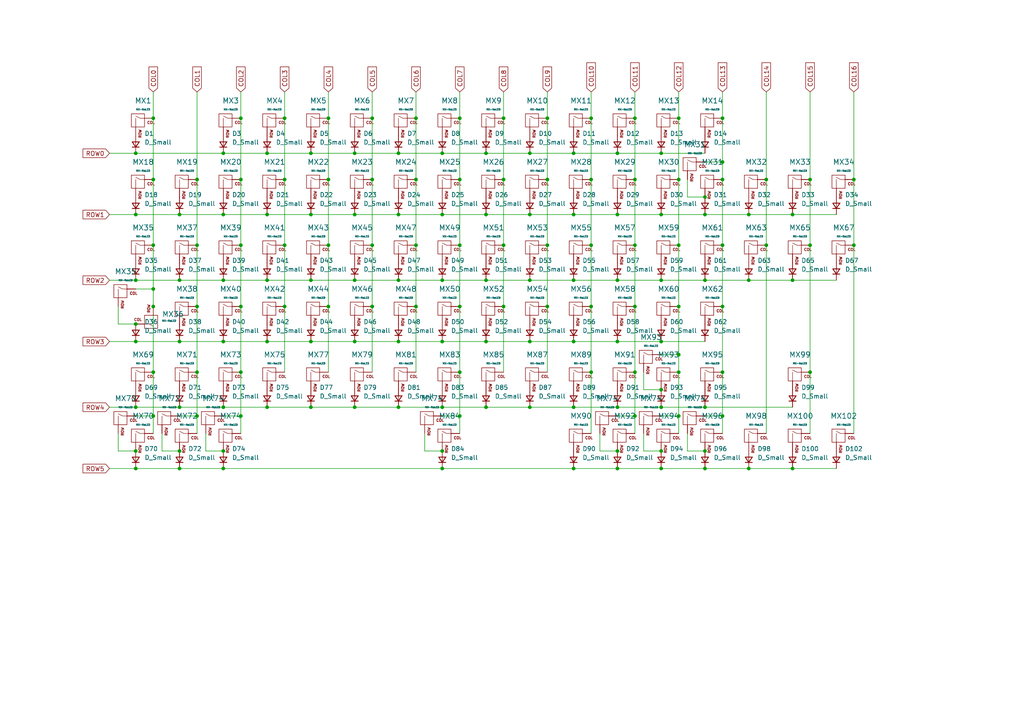
<source format=kicad_sch>
(kicad_sch (version 20230121) (generator eeschema)
  (paper "A4")
  (junction (at 95.25 52.07))
  (junction (at 140.97 99.06))
  (junction (at 128.27 130.81))
  (junction (at 204.47 130.81))
  (junction (at 39.37 130.81))
  (junction (at 146.05 52.07))
  (junction (at 115.57 99.06))
  (junction (at 191.77 135.89))
  (junction (at 102.87 44.45))
  (junction (at 133.35 120.65))
  (junction (at 179.07 99.06))
  (junction (at 191.77 99.06))
  (junction (at 209.55 88.9))
  (junction (at 52.07 130.81))
  (junction (at 171.45 34.29))
  (junction (at 44.45 71.12))
  (junction (at 69.85 88.9))
  (junction (at 44.45 52.07))
  (junction (at 146.05 88.9))
  (junction (at 44.45 107.95))
  (junction (at 158.75 88.9))
  (junction (at 120.65 88.9))
  (junction (at 196.85 34.29))
  (junction (at 82.55 34.29))
  (junction (at 120.65 52.07))
  (junction (at 153.67 44.45))
  (junction (at 133.35 107.95))
  (junction (at 191.77 118.11))
  (junction (at 158.75 34.29))
  (junction (at 57.15 107.95))
  (junction (at 44.45 34.29))
  (junction (at 82.55 71.12))
  (junction (at 128.27 118.11))
  (junction (at 171.45 107.95))
  (junction (at 39.37 93.98))
  (junction (at 102.87 99.06))
  (junction (at 146.05 71.12))
  (junction (at 184.15 34.29))
  (junction (at 128.27 44.45))
  (junction (at 191.77 130.81))
  (junction (at 140.97 81.28))
  (junction (at 52.07 81.28))
  (junction (at 179.07 130.81))
  (junction (at 77.47 81.28))
  (junction (at 166.37 135.89))
  (junction (at 64.77 99.06))
  (junction (at 69.85 120.65))
  (junction (at 179.07 81.28))
  (junction (at 102.87 81.28))
  (junction (at 179.07 118.11))
  (junction (at 120.65 71.12))
  (junction (at 229.87 135.89))
  (junction (at 204.47 135.89))
  (junction (at 120.65 34.29))
  (junction (at 64.77 135.89))
  (junction (at 179.07 62.23))
  (junction (at 52.07 99.06))
  (junction (at 209.55 34.29))
  (junction (at 90.17 99.06))
  (junction (at 52.07 135.89))
  (junction (at 69.85 71.12))
  (junction (at 184.15 88.9))
  (junction (at 64.77 118.11))
  (junction (at 69.85 52.07))
  (junction (at 44.45 88.9))
  (junction (at 166.37 44.45))
  (junction (at 115.57 118.11))
  (junction (at 57.15 120.65))
  (junction (at 115.57 44.45))
  (junction (at 166.37 118.11))
  (junction (at 179.07 135.89))
  (junction (at 82.55 88.9))
  (junction (at 39.37 99.06))
  (junction (at 64.77 81.28))
  (junction (at 52.07 62.23))
  (junction (at 115.57 81.28))
  (junction (at 64.77 130.81))
  (junction (at 184.15 120.65))
  (junction (at 52.07 118.11))
  (junction (at 196.85 120.65))
  (junction (at 128.27 81.28))
  (junction (at 184.15 107.95))
  (junction (at 191.77 44.45))
  (junction (at 95.25 34.29))
  (junction (at 95.25 88.9))
  (junction (at 191.77 81.28))
  (junction (at 171.45 52.07))
  (junction (at 209.55 120.65))
  (junction (at 171.45 71.12))
  (junction (at 39.37 135.89))
  (junction (at 166.37 62.23))
  (junction (at 153.67 118.11))
  (junction (at 90.17 118.11))
  (junction (at 204.47 118.11))
  (junction (at 102.87 62.23))
  (junction (at 140.97 118.11))
  (junction (at 204.47 57.15))
  (junction (at 217.17 62.23))
  (junction (at 77.47 62.23))
  (junction (at 95.25 71.12))
  (junction (at 69.85 107.95))
  (junction (at 234.95 71.12))
  (junction (at 39.37 81.28))
  (junction (at 64.77 62.23))
  (junction (at 247.65 52.07))
  (junction (at 247.65 71.12))
  (junction (at 107.95 52.07))
  (junction (at 196.85 102.87))
  (junction (at 133.35 71.12))
  (junction (at 166.37 99.06))
  (junction (at 64.77 44.45))
  (junction (at 57.15 71.12))
  (junction (at 44.45 120.65))
  (junction (at 133.35 34.29))
  (junction (at 146.05 34.29))
  (junction (at 90.17 44.45))
  (junction (at 196.85 107.95))
  (junction (at 77.47 99.06))
  (junction (at 184.15 52.07))
  (junction (at 153.67 99.06))
  (junction (at 57.15 88.9))
  (junction (at 128.27 99.06))
  (junction (at 209.55 107.95))
  (junction (at 82.55 52.07))
  (junction (at 222.25 52.07))
  (junction (at 107.95 34.29))
  (junction (at 90.17 81.28))
  (junction (at 102.87 118.11))
  (junction (at 153.67 62.23))
  (junction (at 128.27 135.89))
  (junction (at 39.37 118.11))
  (junction (at 229.87 62.23))
  (junction (at 234.95 107.95))
  (junction (at 196.85 88.9))
  (junction (at 90.17 62.23))
  (junction (at 191.77 113.03))
  (junction (at 184.15 71.12))
  (junction (at 57.15 52.07))
  (junction (at 234.95 52.07))
  (junction (at 179.07 44.45))
  (junction (at 217.17 135.89))
  (junction (at 133.35 52.07))
  (junction (at 77.47 118.11))
  (junction (at 166.37 81.28))
  (junction (at 222.25 71.12))
  (junction (at 128.27 62.23))
  (junction (at 39.37 62.23))
  (junction (at 77.47 44.45))
  (junction (at 115.57 62.23))
  (junction (at 209.55 71.12))
  (junction (at 44.45 83.82))
  (junction (at 229.87 81.28))
  (junction (at 69.85 34.29))
  (junction (at 107.95 71.12))
  (junction (at 158.75 52.07))
  (junction (at 196.85 71.12))
  (junction (at 191.77 62.23))
  (junction (at 204.47 62.23))
  (junction (at 209.55 46.99))
  (junction (at 204.47 81.28))
  (junction (at 158.75 71.12))
  (junction (at 209.55 52.07))
  (junction (at 39.37 44.45))
  (junction (at 140.97 62.23))
  (junction (at 196.85 52.07))
  (junction (at 107.95 88.9))
  (junction (at 133.35 88.9))
  (junction (at 217.17 81.28))
  (junction (at 140.97 44.45))
  (junction (at 171.45 88.9))
  (junction (at 153.67 81.28))
  (wire (pts (xy 166.37 62.23) (xy 179.07 62.23)))
  (wire (pts (xy 199.39 52.07) (xy 199.39 57.15)))
  (wire (pts (xy 199.39 130.81) (xy 204.47 130.81)))
  (wire (pts (xy 64.77 118.11) (xy 77.47 118.11)))
  (wire (pts (xy 140.97 44.45) (xy 153.67 44.45)))
  (wire (pts (xy 82.55 34.29) (xy 82.55 52.07)))
  (wire (pts (xy 133.35 120.65) (xy 133.35 125.73)))
  (wire (pts (xy 64.77 62.23) (xy 77.47 62.23)))
  (wire (pts (xy 196.85 52.07) (xy 196.85 71.12)))
  (wire (pts (xy 64.77 81.28) (xy 77.47 81.28)))
  (wire (pts (xy 179.07 120.65) (xy 184.15 120.65)))
  (wire (pts (xy 82.55 52.07) (xy 82.55 71.12)))
  (wire (pts (xy 234.95 26.67) (xy 234.95 52.07)))
  (wire (pts (xy 158.75 52.07) (xy 158.75 71.12)))
  (wire (pts (xy 31.75 135.89) (xy 39.37 135.89)))
  (wire (pts (xy 39.37 81.28) (xy 52.07 81.28)))
  (wire (pts (xy 120.65 26.67) (xy 120.65 34.29)))
  (wire (pts (xy 102.87 99.06) (xy 115.57 99.06)))
  (wire (pts (xy 222.25 26.67) (xy 222.25 52.07)))
  (wire (pts (xy 120.65 34.29) (xy 120.65 52.07)))
  (wire (pts (xy 57.15 71.12) (xy 57.15 88.9)))
  (wire (pts (xy 186.69 130.81) (xy 191.77 130.81)))
  (wire (pts (xy 57.15 26.67) (xy 57.15 52.07)))
  (wire (pts (xy 52.07 99.06) (xy 64.77 99.06)))
  (wire (pts (xy 222.25 52.07) (xy 222.25 71.12)))
  (wire (pts (xy 140.97 99.06) (xy 153.67 99.06)))
  (wire (pts (xy 146.05 26.67) (xy 146.05 34.29)))
  (wire (pts (xy 107.95 34.29) (xy 107.95 52.07)))
  (wire (pts (xy 69.85 107.95) (xy 69.85 120.65)))
  (wire (pts (xy 209.55 26.67) (xy 209.55 34.29)))
  (wire (pts (xy 166.37 99.06) (xy 179.07 99.06)))
  (wire (pts (xy 140.97 81.28) (xy 153.67 81.28)))
  (wire (pts (xy 34.29 130.81) (xy 39.37 130.81)))
  (wire (pts (xy 191.77 102.87) (xy 196.85 102.87)))
  (wire (pts (xy 123.19 125.73) (xy 123.19 130.81)))
  (wire (pts (xy 186.69 125.73) (xy 186.69 130.81)))
  (wire (pts (xy 128.27 44.45) (xy 140.97 44.45)))
  (wire (pts (xy 77.47 118.11) (xy 90.17 118.11)))
  (wire (pts (xy 115.57 81.28) (xy 128.27 81.28)))
  (wire (pts (xy 128.27 99.06) (xy 140.97 99.06)))
  (wire (pts (xy 209.55 88.9) (xy 209.55 107.95)))
  (wire (pts (xy 39.37 44.45) (xy 64.77 44.45)))
  (wire (pts (xy 90.17 118.11) (xy 102.87 118.11)))
  (wire (pts (xy 191.77 81.28) (xy 204.47 81.28)))
  (wire (pts (xy 69.85 120.65) (xy 69.85 125.73)))
  (wire (pts (xy 196.85 120.65) (xy 196.85 125.73)))
  (wire (pts (xy 115.57 99.06) (xy 128.27 99.06)))
  (wire (pts (xy 133.35 26.67) (xy 133.35 34.29)))
  (wire (pts (xy 191.77 120.65) (xy 196.85 120.65)))
  (wire (pts (xy 196.85 102.87) (xy 196.85 107.95)))
  (wire (pts (xy 107.95 26.67) (xy 107.95 34.29)))
  (wire (pts (xy 102.87 62.23) (xy 115.57 62.23)))
  (wire (pts (xy 209.55 34.29) (xy 209.55 46.99)))
  (wire (pts (xy 179.07 135.89) (xy 191.77 135.89)))
  (wire (pts (xy 133.35 52.07) (xy 133.35 71.12)))
  (wire (pts (xy 191.77 135.89) (xy 204.47 135.89)))
  (wire (pts (xy 44.45 26.67) (xy 44.45 34.29)))
  (wire (pts (xy 69.85 52.07) (xy 69.85 71.12)))
  (wire (pts (xy 234.95 71.12) (xy 234.95 107.95)))
  (wire (pts (xy 59.69 125.73) (xy 59.69 130.81)))
  (wire (pts (xy 196.85 71.12) (xy 196.85 88.9)))
  (wire (pts (xy 166.37 135.89) (xy 179.07 135.89)))
  (wire (pts (xy 179.07 81.28) (xy 191.77 81.28)))
  (wire (pts (xy 173.99 125.73) (xy 173.99 130.81)))
  (wire (pts (xy 128.27 135.89) (xy 166.37 135.89)))
  (wire (pts (xy 173.99 130.81) (xy 179.07 130.81)))
  (wire (pts (xy 31.75 99.06) (xy 39.37 99.06)))
  (wire (pts (xy 158.75 71.12) (xy 158.75 88.9)))
  (wire (pts (xy 39.37 62.23) (xy 52.07 62.23)))
  (wire (pts (xy 39.37 120.65) (xy 44.45 120.65)))
  (wire (pts (xy 171.45 34.29) (xy 171.45 52.07)))
  (wire (pts (xy 217.17 62.23) (xy 229.87 62.23)))
  (wire (pts (xy 44.45 88.9) (xy 44.45 107.95)))
  (wire (pts (xy 95.25 71.12) (xy 95.25 88.9)))
  (wire (pts (xy 179.07 44.45) (xy 191.77 44.45)))
  (wire (pts (xy 52.07 62.23) (xy 64.77 62.23)))
  (wire (pts (xy 171.45 107.95) (xy 171.45 125.73)))
  (wire (pts (xy 184.15 52.07) (xy 184.15 71.12)))
  (wire (pts (xy 166.37 81.28) (xy 179.07 81.28)))
  (wire (pts (xy 209.55 107.95) (xy 209.55 120.65)))
  (wire (pts (xy 247.65 26.67) (xy 247.65 52.07)))
  (wire (pts (xy 234.95 52.07) (xy 234.95 71.12)))
  (wire (pts (xy 64.77 120.65) (xy 69.85 120.65)))
  (wire (pts (xy 204.47 81.28) (xy 217.17 81.28)))
  (wire (pts (xy 64.77 44.45) (xy 77.47 44.45)))
  (wire (pts (xy 171.45 71.12) (xy 171.45 88.9)))
  (wire (pts (xy 82.55 88.9) (xy 82.55 107.95)))
  (wire (pts (xy 146.05 52.07) (xy 146.05 71.12)))
  (wire (pts (xy 90.17 44.45) (xy 102.87 44.45)))
  (wire (pts (xy 204.47 118.11) (xy 229.87 118.11)))
  (wire (pts (xy 95.25 88.9) (xy 95.25 107.95)))
  (wire (pts (xy 229.87 81.28) (xy 242.57 81.28)))
  (wire (pts (xy 95.25 52.07) (xy 95.25 71.12)))
  (wire (pts (xy 77.47 44.45) (xy 90.17 44.45)))
  (wire (pts (xy 52.07 81.28) (xy 64.77 81.28)))
  (wire (pts (xy 217.17 135.89) (xy 229.87 135.89)))
  (wire (pts (xy 57.15 107.95) (xy 57.15 120.65)))
  (wire (pts (xy 209.55 52.07) (xy 209.55 71.12)))
  (wire (pts (xy 158.75 26.67) (xy 158.75 34.29)))
  (wire (pts (xy 64.77 99.06) (xy 77.47 99.06)))
  (wire (pts (xy 199.39 125.73) (xy 199.39 130.81)))
  (wire (pts (xy 39.37 99.06) (xy 52.07 99.06)))
  (wire (pts (xy 229.87 62.23) (xy 242.57 62.23)))
  (wire (pts (xy 107.95 88.9) (xy 107.95 107.95)))
  (wire (pts (xy 95.25 34.29) (xy 95.25 52.07)))
  (wire (pts (xy 123.19 130.81) (xy 128.27 130.81)))
  (wire (pts (xy 128.27 118.11) (xy 140.97 118.11)))
  (wire (pts (xy 52.07 118.11) (xy 64.77 118.11)))
  (wire (pts (xy 140.97 118.11) (xy 153.67 118.11)))
  (wire (pts (xy 120.65 52.07) (xy 120.65 71.12)))
  (wire (pts (xy 191.77 62.23) (xy 204.47 62.23)))
  (wire (pts (xy 186.69 107.95) (xy 186.69 113.03)))
  (wire (pts (xy 171.45 88.9) (xy 171.45 107.95)))
  (wire (pts (xy 184.15 107.95) (xy 184.15 120.65)))
  (wire (pts (xy 133.35 88.9) (xy 133.35 107.95)))
  (wire (pts (xy 209.55 71.12) (xy 209.55 88.9)))
  (wire (pts (xy 199.39 57.15) (xy 204.47 57.15)))
  (wire (pts (xy 107.95 71.12) (xy 107.95 88.9)))
  (wire (pts (xy 191.77 99.06) (xy 204.47 99.06)))
  (wire (pts (xy 82.55 26.67) (xy 82.55 34.29)))
  (wire (pts (xy 184.15 120.65) (xy 184.15 125.73)))
  (wire (pts (xy 69.85 88.9) (xy 69.85 107.95)))
  (wire (pts (xy 77.47 99.06) (xy 90.17 99.06)))
  (wire (pts (xy 166.37 118.11) (xy 179.07 118.11)))
  (wire (pts (xy 204.47 135.89) (xy 217.17 135.89)))
  (wire (pts (xy 146.05 34.29) (xy 146.05 52.07)))
  (wire (pts (xy 133.35 71.12) (xy 133.35 88.9)))
  (wire (pts (xy 44.45 71.12) (xy 44.45 83.82)))
  (wire (pts (xy 69.85 71.12) (xy 69.85 88.9)))
  (wire (pts (xy 69.85 34.29) (xy 69.85 52.07)))
  (wire (pts (xy 153.67 62.23) (xy 166.37 62.23)))
  (wire (pts (xy 184.15 71.12) (xy 184.15 88.9)))
  (wire (pts (xy 204.47 46.99) (xy 209.55 46.99)))
  (wire (pts (xy 82.55 71.12) (xy 82.55 88.9)))
  (wire (pts (xy 77.47 81.28) (xy 90.17 81.28)))
  (wire (pts (xy 196.85 88.9) (xy 196.85 102.87)))
  (wire (pts (xy 229.87 135.89) (xy 242.57 135.89)))
  (wire (pts (xy 120.65 88.9) (xy 120.65 107.95)))
  (wire (pts (xy 179.07 99.06) (xy 191.77 99.06)))
  (wire (pts (xy 184.15 26.67) (xy 184.15 34.29)))
  (wire (pts (xy 44.45 107.95) (xy 44.45 120.65)))
  (wire (pts (xy 146.05 71.12) (xy 146.05 88.9)))
  (wire (pts (xy 146.05 88.9) (xy 146.05 107.95)))
  (wire (pts (xy 217.17 81.28) (xy 229.87 81.28)))
  (wire (pts (xy 102.87 81.28) (xy 115.57 81.28)))
  (wire (pts (xy 107.95 52.07) (xy 107.95 71.12)))
  (wire (pts (xy 247.65 71.12) (xy 247.65 125.73)))
  (wire (pts (xy 158.75 88.9) (xy 158.75 107.95)))
  (wire (pts (xy 158.75 34.29) (xy 158.75 52.07)))
  (wire (pts (xy 196.85 107.95) (xy 196.85 120.65)))
  (wire (pts (xy 34.29 88.9) (xy 34.29 93.98)))
  (wire (pts (xy 39.37 135.89) (xy 52.07 135.89)))
  (wire (pts (xy 52.07 135.89) (xy 64.77 135.89)))
  (wire (pts (xy 153.67 44.45) (xy 166.37 44.45)))
  (wire (pts (xy 39.37 83.82) (xy 44.45 83.82)))
  (wire (pts (xy 34.29 125.73) (xy 34.29 130.81)))
  (wire (pts (xy 153.67 99.06) (xy 166.37 99.06)))
  (wire (pts (xy 44.45 120.65) (xy 44.45 125.73)))
  (wire (pts (xy 153.67 81.28) (xy 166.37 81.28)))
  (wire (pts (xy 179.07 62.23) (xy 191.77 62.23)))
  (wire (pts (xy 31.75 62.23) (xy 39.37 62.23)))
  (wire (pts (xy 115.57 44.45) (xy 128.27 44.45)))
  (wire (pts (xy 59.69 130.81) (xy 64.77 130.81)))
  (wire (pts (xy 46.99 130.81) (xy 52.07 130.81)))
  (wire (pts (xy 34.29 93.98) (xy 39.37 93.98)))
  (wire (pts (xy 31.75 81.28) (xy 39.37 81.28)))
  (wire (pts (xy 196.85 26.67) (xy 196.85 34.29)))
  (wire (pts (xy 115.57 62.23) (xy 128.27 62.23)))
  (wire (pts (xy 234.95 107.95) (xy 234.95 125.73)))
  (wire (pts (xy 90.17 99.06) (xy 102.87 99.06)))
  (wire (pts (xy 102.87 118.11) (xy 115.57 118.11)))
  (wire (pts (xy 133.35 34.29) (xy 133.35 52.07)))
  (wire (pts (xy 90.17 62.23) (xy 102.87 62.23)))
  (wire (pts (xy 102.87 44.45) (xy 115.57 44.45)))
  (wire (pts (xy 128.27 62.23) (xy 140.97 62.23)))
  (wire (pts (xy 128.27 81.28) (xy 140.97 81.28)))
  (wire (pts (xy 115.57 118.11) (xy 128.27 118.11)))
  (wire (pts (xy 31.75 44.45) (xy 39.37 44.45)))
  (wire (pts (xy 204.47 120.65) (xy 209.55 120.65)))
  (wire (pts (xy 247.65 52.07) (xy 247.65 71.12)))
  (wire (pts (xy 90.17 81.28) (xy 102.87 81.28)))
  (wire (pts (xy 46.99 125.73) (xy 46.99 130.81)))
  (wire (pts (xy 166.37 44.45) (xy 179.07 44.45)))
  (wire (pts (xy 31.75 118.11) (xy 39.37 118.11)))
  (wire (pts (xy 52.07 120.65) (xy 57.15 120.65)))
  (wire (pts (xy 204.47 62.23) (xy 217.17 62.23)))
  (wire (pts (xy 191.77 44.45) (xy 204.47 44.45)))
  (wire (pts (xy 120.65 71.12) (xy 120.65 88.9)))
  (wire (pts (xy 44.45 34.29) (xy 44.45 52.07)))
  (wire (pts (xy 128.27 120.65) (xy 133.35 120.65)))
  (wire (pts (xy 191.77 118.11) (xy 204.47 118.11)))
  (wire (pts (xy 153.67 118.11) (xy 166.37 118.11)))
  (wire (pts (xy 69.85 26.67) (xy 69.85 34.29)))
  (wire (pts (xy 57.15 88.9) (xy 57.15 107.95)))
  (wire (pts (xy 171.45 26.67) (xy 171.45 34.29)))
  (wire (pts (xy 184.15 88.9) (xy 184.15 107.95)))
  (wire (pts (xy 186.69 113.03) (xy 191.77 113.03)))
  (wire (pts (xy 222.25 71.12) (xy 222.25 125.73)))
  (wire (pts (xy 196.85 34.29) (xy 196.85 52.07)))
  (wire (pts (xy 133.35 107.95) (xy 133.35 120.65)))
  (wire (pts (xy 44.45 52.07) (xy 44.45 71.12)))
  (wire (pts (xy 209.55 120.65) (xy 209.55 125.73)))
  (wire (pts (xy 57.15 120.65) (xy 57.15 125.73)))
  (wire (pts (xy 184.15 34.29) (xy 184.15 52.07)))
  (wire (pts (xy 171.45 52.07) (xy 171.45 71.12)))
  (wire (pts (xy 95.25 26.67) (xy 95.25 34.29)))
  (wire (pts (xy 39.37 118.11) (xy 52.07 118.11)))
  (wire (pts (xy 77.47 62.23) (xy 90.17 62.23)))
  (wire (pts (xy 44.45 83.82) (xy 44.45 88.9)))
  (wire (pts (xy 209.55 46.99) (xy 209.55 52.07)))
  (wire (pts (xy 140.97 62.23) (xy 153.67 62.23)))
  (wire (pts (xy 57.15 52.07) (xy 57.15 71.12)))
  (wire (pts (xy 64.77 135.89) (xy 128.27 135.89)))
  (wire (pts (xy 179.07 118.11) (xy 191.77 118.11)))
  (global_label "ROW5" (shape input) (at 31.75 135.89 180) (property "Intersheetrefs" "${INTERSHEET_REFS}" (effects hide)))
  (global_label "COL0" (shape input) (at 44.45 26.67 90) (property "Intersheetrefs" "${INTERSHEET_REFS}" (effects hide)))
  (global_label "ROW1" (shape input) (at 31.75 62.23 180) (property "Intersheetrefs" "${INTERSHEET_REFS}" (effects hide)))
  (global_label "ROW4" (shape input) (at 31.75 118.11 180) (property "Intersheetrefs" "${INTERSHEET_REFS}" (effects hide)))
  (global_label "COL7" (shape input) (at 133.35 26.67 90) (property "Intersheetrefs" "${INTERSHEET_REFS}" (effects hide)))
  (global_label "COL16" (shape input) (at 247.65 26.67 90) (property "Intersheetrefs" "${INTERSHEET_REFS}" (effects hide)))
  (global_label "COL6" (shape input) (at 120.65 26.67 90) (property "Intersheetrefs" "${INTERSHEET_REFS}" (effects hide)))
  (global_label "COL2" (shape input) (at 69.85 26.67 90) (property "Intersheetrefs" "${INTERSHEET_REFS}" (effects hide)))
  (global_label "COL3" (shape input) (at 82.55 26.67 90) (property "Intersheetrefs" "${INTERSHEET_REFS}" (effects hide)))
  (global_label "COL1" (shape input) (at 57.15 26.67 90) (property "Intersheetrefs" "${INTERSHEET_REFS}" (effects hide)))
  (global_label "COL15" (shape input) (at 234.95 26.67 90) (property "Intersheetrefs" "${INTERSHEET_REFS}" (effects hide)))
  (global_label "COL12" (shape input) (at 196.85 26.67 90) (property "Intersheetrefs" "${INTERSHEET_REFS}" (effects hide)))
  (global_label "COL9" (shape input) (at 158.75 26.67 90) (property "Intersheetrefs" "${INTERSHEET_REFS}" (effects hide)))
  (global_label "COL5" (shape input) (at 107.95 26.67 90) (property "Intersheetrefs" "${INTERSHEET_REFS}" (effects hide)))
  (global_label "COL4" (shape input) (at 95.25 26.67 90) (property "Intersheetrefs" "${INTERSHEET_REFS}" (effects hide)))
  (global_label "ROW3" (shape input) (at 31.75 99.06 180) (property "Intersheetrefs" "${INTERSHEET_REFS}" (effects hide)))
  (global_label "COL13" (shape input) (at 209.55 26.67 90) (property "Intersheetrefs" "${INTERSHEET_REFS}" (effects hide)))
  (global_label "ROW0" (shape input) (at 31.75 44.45 180) (property "Intersheetrefs" "${INTERSHEET_REFS}" (effects hide)))
  (global_label "COL11" (shape input) (at 184.15 26.67 90) (property "Intersheetrefs" "${INTERSHEET_REFS}" (effects hide)))
  (global_label "COL14" (shape input) (at 222.25 26.67 90) (property "Intersheetrefs" "${INTERSHEET_REFS}" (effects hide)))
  (global_label "COL10" (shape input) (at 171.45 26.67 90) (property "Intersheetrefs" "${INTERSHEET_REFS}" (effects hide)))
  (global_label "COL8" (shape input) (at 146.05 26.67 90) (property "Intersheetrefs" "${INTERSHEET_REFS}" (effects hide)))
  (global_label "ROW2" (shape input) (at 31.75 81.28 180) (property "Intersheetrefs" "${INTERSHEET_REFS}" (effects hide)))
  (symbol (lib_id "MX_Alps_Hybrid:MX-NoLED") (at 66.04 53.34 0) (unit 1)
    (property "Reference" "MX20" (at 66.9232 46.99 0) (effects (font (size 1.524 1.524))))
    (property "Value" "MX-NoLED" (at 66.9232 49.53 0) (effects (font (size 0.508 0.508))))
    (property "Footprint" "MX_Alps_Hybrid:MX-1U-NoLED" (effects hide))
  )
  (symbol (lib_id "MX_Alps_Hybrid:MX-NoLED") (at 180.34 53.34 0) (unit 1)
    (property "Reference" "MX29" (at 181.2232 46.99 0) (effects (font (size 1.524 1.524))))
    (property "Value" "MX-NoLED" (at 181.2232 49.53 0) (effects (font (size 0.508 0.508))))
    (property "Footprint" "MX_Alps_Hybrid:MX-1U-NoLED" (effects hide))
  )
  (symbol (lib_id "Device:D_Small") (at 77.47 96.52 90) (unit 1)
    (property "Reference" "D42" (at 80.01 93.345 90) (effects (justify right)))
    (property "Value" "D_Small" (at 80.01 95.885 90) (effects (justify right)))
    (property "Footprint" "Diode_SMD:D_SOD-123" (effects hide))
    (property "Sim.Device" "D" (effects hide))
    (property "Sim.Pins" "1=K 2=A" (effects hide))
  )
  (symbol (lib_id "MX_Alps_Hybrid:MX-NoLED") (at 43.18 92.71 180) (unit 1)
    (property "Reference" "MX36" (at 46.99 91.134 0) (effects (font (size 1.524 1.524)) (justify right)))
    (property "Value" "MX-NoLED" (at 46.99 93.039 0) (effects (font (size 0.508 0.508)) (justify right)))
    (property "Footprint" "MX_Alps_Hybrid:MX-1U-NoLED" (effects hide))
  )
  (symbol (lib_id "Device:D_Small") (at 204.47 133.35 90) (unit 1)
    (property "Reference" "D96" (at 207.01 130.175 90) (effects (justify right)))
    (property "Value" "D_Small" (at 207.01 132.715 90) (effects (justify right)))
    (property "Footprint" "Diode_SMD:D_SOD-123" (effects hide))
    (property "Sim.Device" "D" (effects hide))
    (property "Sim.Pins" "1=K 2=A" (effects hide))
  )
  (symbol (lib_id "Device:D_Small") (at 115.57 115.57 90) (unit 1)
    (property "Reference" "D81" (at 118.11 112.395 90) (effects (justify right)))
    (property "Value" "D_Small" (at 118.11 114.935 90) (effects (justify right)))
    (property "Footprint" "Diode_SMD:D_SOD-123" (effects hide))
    (property "Sim.Device" "D" (effects hide))
    (property "Sim.Pins" "1=K 2=A" (effects hide))
  )
  (symbol (lib_id "Device:D_Small") (at 153.67 96.52 90) (unit 1)
    (property "Reference" "D54" (at 156.21 93.345 90) (effects (justify right)))
    (property "Value" "D_Small" (at 156.21 95.885 90) (effects (justify right)))
    (property "Footprint" "Diode_SMD:D_SOD-123" (effects hide))
    (property "Sim.Device" "D" (effects hide))
    (property "Sim.Pins" "1=K 2=A" (effects hide))
  )
  (symbol (lib_id "MX_Alps_Hybrid:MX-NoLED") (at 53.34 109.22 0) (unit 1)
    (property "Reference" "MX71" (at 54.2232 102.87 0) (effects (font (size 1.524 1.524))))
    (property "Value" "MX-NoLED" (at 54.2232 105.41 0) (effects (font (size 0.508 0.508))))
    (property "Footprint" "MX_Alps_Hybrid:MX-1U-NoLED" (effects hide))
  )
  (symbol (lib_id "MX_Alps_Hybrid:MX-NoLED") (at 142.24 35.56 0) (unit 1)
    (property "Reference" "MX9" (at 143.1232 29.21 0) (effects (font (size 1.524 1.524))))
    (property "Value" "MX-NoLED" (at 143.1232 31.75 0) (effects (font (size 0.508 0.508))))
    (property "Footprint" "MX_Alps_Hybrid:MX-1U-NoLED" (effects hide))
  )
  (symbol (lib_id "Device:D_Small") (at 140.97 96.52 90) (unit 1)
    (property "Reference" "D52" (at 143.51 93.345 90) (effects (justify right)))
    (property "Value" "D_Small" (at 143.51 95.885 90) (effects (justify right)))
    (property "Footprint" "Diode_SMD:D_SOD-123" (effects hide))
    (property "Sim.Device" "D" (effects hide))
    (property "Sim.Pins" "1=K 2=A" (effects hide))
  )
  (symbol (lib_id "Device:D_Small") (at 64.77 133.35 90) (unit 1)
    (property "Reference" "D74" (at 67.31 130.175 90) (effects (justify right)))
    (property "Value" "D_Small" (at 67.31 132.715 90) (effects (justify right)))
    (property "Footprint" "Diode_SMD:D_SOD-123" (effects hide))
    (property "Sim.Device" "D" (effects hide))
    (property "Sim.Pins" "1=K 2=A" (effects hide))
  )
  (symbol (lib_id "Device:D_Small") (at 179.07 78.74 90) (unit 1)
    (property "Reference" "D57" (at 181.61 75.565 90) (effects (justify right)))
    (property "Value" "D_Small" (at 181.61 78.105 90) (effects (justify right)))
    (property "Footprint" "Diode_SMD:D_SOD-123" (effects hide))
    (property "Sim.Device" "D" (effects hide))
    (property "Sim.Pins" "1=K 2=A" (effects hide))
  )
  (symbol (lib_id "Device:D_Small") (at 204.47 115.57 90) (unit 1)
    (property "Reference" "D95" (at 207.01 112.395 90) (effects (justify right)))
    (property "Value" "D_Small" (at 207.01 114.935 90) (effects (justify right)))
    (property "Footprint" "Diode_SMD:D_SOD-123" (effects hide))
    (property "Sim.Device" "D" (effects hide))
    (property "Sim.Pins" "1=K 2=A" (effects hide))
  )
  (symbol (lib_id "MX_Alps_Hybrid:MX-NoLED") (at 129.54 72.39 0) (unit 1)
    (property "Reference" "MX49" (at 130.4232 66.04 0) (effects (font (size 1.524 1.524))))
    (property "Value" "MX-NoLED" (at 130.4232 68.58 0) (effects (font (size 0.508 0.508))))
    (property "Footprint" "MX_Alps_Hybrid:MX-1U-NoLED" (effects hide))
  )
  (symbol (lib_id "MX_Alps_Hybrid:MX-NoLED") (at 129.54 35.56 0) (unit 1)
    (property "Reference" "MX8" (at 130.4232 29.21 0) (effects (font (size 1.524 1.524))))
    (property "Value" "MX-NoLED" (at 130.4232 31.75 0) (effects (font (size 0.508 0.508))))
    (property "Footprint" "MX_Alps_Hybrid:MX-1U-NoLED" (effects hide))
  )
  (symbol (lib_id "MX_Alps_Hybrid:MX-NoLED") (at 129.54 90.17 0) (unit 1)
    (property "Reference" "MX50" (at 130.4232 83.82 0) (effects (font (size 1.524 1.524))))
    (property "Value" "MX-NoLED" (at 130.4232 86.36 0) (effects (font (size 0.508 0.508))))
    (property "Footprint" "MX_Alps_Hybrid:MX-1U-NoLED" (effects hide))
  )
  (symbol (lib_id "MX_Alps_Hybrid:MX-NoLED") (at 218.44 127 0) (unit 1)
    (property "Reference" "MX98" (at 219.3232 120.65 0) (effects (font (size 1.524 1.524))))
    (property "Value" "MX-NoLED" (at 219.3232 123.19 0) (effects (font (size 0.508 0.508))))
    (property "Footprint" "MX_Alps_Hybrid:MX-1U-NoLED" (effects hide))
  )
  (symbol (lib_id "MX_Alps_Hybrid:MX-NoLED") (at 167.64 127 0) (unit 1)
    (property "Reference" "MX90" (at 168.5232 120.65 0) (effects (font (size 1.524 1.524))))
    (property "Value" "MX-NoLED" (at 168.5232 123.19 0) (effects (font (size 0.508 0.508))))
    (property "Footprint" "MX_Alps_Hybrid:MX-1U-NoLED" (effects hide))
  )
  (symbol (lib_id "Device:D_Small") (at 77.47 41.91 90) (unit 1)
    (property "Reference" "D4" (at 80.01 38.735 90) (effects (justify right)))
    (property "Value" "D_Small" (at 80.01 41.275 90) (effects (justify right)))
    (property "Footprint" "Diode_SMD:D_SOD-123" (effects hide))
    (property "Sim.Device" "D" (effects hide))
    (property "Sim.Pins" "1=K 2=A" (effects hide))
  )
  (symbol (lib_id "Device:D_Small") (at 204.47 41.91 90) (unit 1)
    (property "Reference" "D14" (at 207.01 38.735 90) (effects (justify right)))
    (property "Value" "D_Small" (at 207.01 41.275 90) (effects (justify right)))
    (property "Footprint" "Diode_SMD:D_SOD-123" (effects hide))
    (property "Sim.Device" "D" (effects hide))
    (property "Sim.Pins" "1=K 2=A" (effects hide))
  )
  (symbol (lib_id "MX_Alps_Hybrid:MX-NoLED") (at 78.74 53.34 0) (unit 1)
    (property "Reference" "MX21" (at 79.6232 46.99 0) (effects (font (size 1.524 1.524))))
    (property "Value" "MX-NoLED" (at 79.6232 49.53 0) (effects (font (size 0.508 0.508))))
    (property "Footprint" "MX_Alps_Hybrid:MX-1U-NoLED" (effects hide))
  )
  (symbol (lib_id "MX_Alps_Hybrid:MX-NoLED") (at 116.84 90.17 0) (unit 1)
    (property "Reference" "MX48" (at 117.7232 83.82 0) (effects (font (size 1.524 1.524))))
    (property "Value" "MX-NoLED" (at 117.7232 86.36 0) (effects (font (size 0.508 0.508))))
    (property "Footprint" "MX_Alps_Hybrid:MX-1U-NoLED" (effects hide))
  )
  (symbol (lib_id "MX_Alps_Hybrid:MX-NoLED") (at 193.04 90.17 0) (unit 1)
    (property "Reference" "MX60" (at 193.9232 83.82 0) (effects (font (size 1.524 1.524))))
    (property "Value" "MX-NoLED" (at 193.9232 86.36 0) (effects (font (size 0.508 0.508))))
    (property "Footprint" "MX_Alps_Hybrid:MX-1U-NoLED" (effects hide))
  )
  (symbol (lib_id "MX_Alps_Hybrid:MX-NoLED") (at 193.04 72.39 0) (unit 1)
    (property "Reference" "MX59" (at 193.9232 66.04 0) (effects (font (size 1.524 1.524))))
    (property "Value" "MX-NoLED" (at 193.9232 68.58 0) (effects (font (size 0.508 0.508))))
    (property "Footprint" "MX_Alps_Hybrid:MX-1U-NoLED" (effects hide))
  )
  (symbol (lib_id "Device:D_Small") (at 52.07 59.69 90) (unit 1)
    (property "Reference" "D19" (at 54.61 56.515 90) (effects (justify right)))
    (property "Value" "D_Small" (at 54.61 59.055 90) (effects (justify right)))
    (property "Footprint" "Diode_SMD:D_SOD-123" (effects hide))
    (property "Sim.Device" "D" (effects hide))
    (property "Sim.Pins" "1=K 2=A" (effects hide))
  )
  (symbol (lib_id "MX_Alps_Hybrid:MX-NoLED") (at 167.64 72.39 0) (unit 1)
    (property "Reference" "MX55" (at 168.5232 66.04 0) (effects (font (size 1.524 1.524))))
    (property "Value" "MX-NoLED" (at 168.5232 68.58 0) (effects (font (size 0.508 0.508))))
    (property "Footprint" "MX_Alps_Hybrid:MX-1U-NoLED" (effects hide))
  )
  (symbol (lib_id "Device:D_Small") (at 217.17 59.69 90) (unit 1)
    (property "Reference" "D32" (at 219.71 56.515 90) (effects (justify right)))
    (property "Value" "D_Small" (at 219.71 59.055 90) (effects (justify right)))
    (property "Footprint" "Diode_SMD:D_SOD-123" (effects hide))
    (property "Sim.Device" "D" (effects hide))
    (property "Sim.Pins" "1=K 2=A" (effects hide))
  )
  (symbol (lib_id "Device:D_Small") (at 166.37 96.52 90) (unit 1)
    (property "Reference" "D56" (at 168.91 93.345 90) (effects (justify right)))
    (property "Value" "D_Small" (at 168.91 95.885 90) (effects (justify right)))
    (property "Footprint" "Diode_SMD:D_SOD-123" (effects hide))
    (property "Sim.Device" "D" (effects hide))
    (property "Sim.Pins" "1=K 2=A" (effects hide))
  )
  (symbol (lib_id "Device:D_Small") (at 229.87 59.69 90) (unit 1)
    (property "Reference" "D33" (at 232.41 56.515 90) (effects (justify right)))
    (property "Value" "D_Small" (at 232.41 59.055 90) (effects (justify right)))
    (property "Footprint" "Diode_SMD:D_SOD-123" (effects hide))
    (property "Sim.Device" "D" (effects hide))
    (property "Sim.Pins" "1=K 2=A" (effects hide))
  )
  (symbol (lib_id "Device:D_Small") (at 39.37 115.57 90) (unit 1)
    (property "Reference" "D69" (at 41.91 112.395 90) (effects (justify right)))
    (property "Value" "D_Small" (at 41.91 114.935 90) (effects (justify right)))
    (property "Footprint" "Diode_SMD:D_SOD-123" (effects hide))
    (property "Sim.Device" "D" (effects hide))
    (property "Sim.Pins" "1=K 2=A" (effects hide))
  )
  (symbol (lib_id "MX_Alps_Hybrid:MX-NoLED") (at 218.44 53.34 0) (unit 1)
    (property "Reference" "MX32" (at 219.3232 46.99 0) (effects (font (size 1.524 1.524))))
    (property "Value" "MX-NoLED" (at 219.3232 49.53 0) (effects (font (size 0.508 0.508))))
    (property "Footprint" "MX_Alps_Hybrid:MX-1U-NoLED" (effects hide))
  )
  (symbol (lib_id "MX_Alps_Hybrid:MX-NoLED") (at 40.64 127 0) (unit 1)
    (property "Reference" "MX70" (at 41.5232 120.65 0) (effects (font (size 1.524 1.524))))
    (property "Value" "MX-NoLED" (at 41.5232 123.19 0) (effects (font (size 0.508 0.508))))
    (property "Footprint" "MX_Alps_Hybrid:MX-1U-NoLED" (effects hide))
  )
  (symbol (lib_id "Device:D_Small") (at 153.67 78.74 90) (unit 1)
    (property "Reference" "D53" (at 156.21 75.565 90) (effects (justify right)))
    (property "Value" "D_Small" (at 156.21 78.105 90) (effects (justify right)))
    (property "Footprint" "Diode_SMD:D_SOD-123" (effects hide))
    (property "Sim.Device" "D" (effects hide))
    (property "Sim.Pins" "1=K 2=A" (effects hide))
  )
  (symbol (lib_id "Device:D_Small") (at 128.27 133.35 90) (unit 1)
    (property "Reference" "D84" (at 130.81 130.175 90) (effects (justify right)))
    (property "Value" "D_Small" (at 130.81 132.715 90) (effects (justify right)))
    (property "Footprint" "Diode_SMD:D_SOD-123" (effects hide))
    (property "Sim.Device" "D" (effects hide))
    (property "Sim.Pins" "1=K 2=A" (effects hide))
  )
  (symbol (lib_id "MX_Alps_Hybrid:MX-NoLED") (at 175.26 121.92 0) (unit 1)
    (property "Reference" "MX74" (at 176.1432 115.57 0) (effects (font (size 1.524 1.524))))
    (property "Value" "MX-NoLED" (at 176.1432 118.11 0) (effects (font (size 0.508 0.508))))
    (property "Footprint" "MX_Alps_Hybrid:MX-1U-NoLED" (effects hide))
    (instances (project "ncr-pcb" (path "" (reference "MX74") (unit 1)) (path "" (reference "MX86") (unit 1))))
  )
  (symbol (lib_id "Device:D_Small") (at 52.07 115.57 90) (unit 1)
    (property "Reference" "D71" (at 54.61 112.395 90) (effects (justify right)))
    (property "Value" "D_Small" (at 54.61 114.935 90) (effects (justify right)))
    (property "Footprint" "Diode_SMD:D_SOD-123" (effects hide))
    (property "Sim.Device" "D" (effects hide))
    (property "Sim.Pins" "1=K 2=A" (effects hide))
  )
  (symbol (lib_id "MX_Alps_Hybrid:MX-NoLED") (at 40.64 109.22 0) (unit 1)
    (property "Reference" "MX69" (at 41.5232 102.87 0) (effects (font (size 1.524 1.524))))
    (property "Value" "MX-NoLED" (at 41.5232 105.41 0) (effects (font (size 0.508 0.508))))
    (property "Footprint" "MX_Alps_Hybrid:MX-1U-NoLED" (effects hide))
  )
  (symbol (lib_id "MX_Alps_Hybrid:MX-NoLED") (at 218.44 72.39 0) (unit 1)
    (property "Reference" "MX63" (at 219.3232 66.04 0) (effects (font (size 1.524 1.524))))
    (property "Value" "MX-NoLED" (at 219.3232 68.58 0) (effects (font (size 0.508 0.508))))
    (property "Footprint" "MX_Alps_Hybrid:MX-1U-NoLED" (effects hide))
  )
  (symbol (lib_id "MX_Alps_Hybrid:MX-NoLED") (at 78.74 35.56 0) (unit 1)
    (property "Reference" "MX4" (at 79.6232 29.21 0) (effects (font (size 1.524 1.524))))
    (property "Value" "MX-NoLED" (at 79.6232 31.75 0) (effects (font (size 0.508 0.508))))
    (property "Footprint" "MX_Alps_Hybrid:MX-1U-NoLED" (effects hide))
  )
  (symbol (lib_id "Device:D_Small") (at 52.07 133.35 90) (unit 1)
    (property "Reference" "D72" (at 54.61 130.175 90) (effects (justify right)))
    (property "Value" "D_Small" (at 54.61 132.715 90) (effects (justify right)))
    (property "Footprint" "Diode_SMD:D_SOD-123" (effects hide))
    (property "Sim.Device" "D" (effects hide))
    (property "Sim.Pins" "1=K 2=A" (effects hide))
  )
  (symbol (lib_id "MX_Alps_Hybrid:MX-NoLED") (at 91.44 72.39 0) (unit 1)
    (property "Reference" "MX43" (at 92.3232 66.04 0) (effects (font (size 1.524 1.524))))
    (property "Value" "MX-NoLED" (at 92.3232 68.58 0) (effects (font (size 0.508 0.508))))
    (property "Footprint" "MX_Alps_Hybrid:MX-1U-NoLED" (effects hide))
  )
  (symbol (lib_id "Device:D_Small") (at 242.57 59.69 90) (unit 1)
    (property "Reference" "D34" (at 245.11 56.515 90) (effects (justify right)))
    (property "Value" "D_Small" (at 245.11 59.055 90) (effects (justify right)))
    (property "Footprint" "Diode_SMD:D_SOD-123" (effects hide))
    (property "Sim.Device" "D" (effects hide))
    (property "Sim.Pins" "1=K 2=A" (effects hide))
  )
  (symbol (lib_id "Device:D_Small") (at 128.27 78.74 90) (unit 1)
    (property "Reference" "D49" (at 130.81 75.565 90) (effects (justify right)))
    (property "Value" "D_Small" (at 130.81 78.105 90) (effects (justify right)))
    (property "Footprint" "Diode_SMD:D_SOD-123" (effects hide))
    (property "Sim.Device" "D" (effects hide))
    (property "Sim.Pins" "1=K 2=A" (effects hide))
  )
  (symbol (lib_id "MX_Alps_Hybrid:MX-NoLED") (at 104.14 90.17 0) (unit 1)
    (property "Reference" "MX46" (at 105.0232 83.82 0) (effects (font (size 1.524 1.524))))
    (property "Value" "MX-NoLED" (at 105.0232 86.36 0) (effects (font (size 0.508 0.508))))
    (property "Footprint" "MX_Alps_Hybrid:MX-1U-NoLED" (effects hide))
  )
  (symbol (lib_id "MX_Alps_Hybrid:MX-NoLED") (at 78.74 72.39 0) (unit 1)
    (property "Reference" "MX41" (at 79.6232 66.04 0) (effects (font (size 1.524 1.524))))
    (property "Value" "MX-NoLED" (at 79.6232 68.58 0) (effects (font (size 0.508 0.508))))
    (property "Footprint" "MX_Alps_Hybrid:MX-1U-NoLED" (effects hide))
  )
  (symbol (lib_id "Device:D_Small") (at 64.77 96.52 90) (unit 1)
    (property "Reference" "D40" (at 67.31 93.345 90) (effects (justify right)))
    (property "Value" "D_Small" (at 67.31 95.885 90) (effects (justify right)))
    (property "Footprint" "Diode_SMD:D_SOD-123" (effects hide))
    (property "Sim.Device" "D" (effects hide))
    (property "Sim.Pins" "1=K 2=A" (effects hide))
  )
  (symbol (lib_id "MX_Alps_Hybrid:MX-NoLED") (at 104.14 72.39 0) (unit 1)
    (property "Reference" "MX45" (at 105.0232 66.04 0) (effects (font (size 1.524 1.524))))
    (property "Value" "MX-NoLED" (at 105.0232 68.58 0) (effects (font (size 0.508 0.508))))
    (property "Footprint" "MX_Alps_Hybrid:MX-1U-NoLED" (effects hide))
  )
  (symbol (lib_id "Device:D_Small") (at 229.87 78.74 90) (unit 1)
    (property "Reference" "D65" (at 232.41 75.565 90) (effects (justify right)))
    (property "Value" "D_Small" (at 232.41 78.105 90) (effects (justify right)))
    (property "Footprint" "Diode_SMD:D_SOD-123" (effects hide))
    (property "Sim.Device" "D" (effects hide))
    (property "Sim.Pins" "1=K 2=A" (effects hide))
  )
  (symbol (lib_id "Device:D_Small") (at 90.17 41.91 90) (unit 1)
    (property "Reference" "D5" (at 92.71 38.735 90) (effects (justify right)))
    (property "Value" "D_Small" (at 92.71 41.275 90) (effects (justify right)))
    (property "Footprint" "Diode_SMD:D_SOD-123" (effects hide))
    (property "Sim.Device" "D" (effects hide))
    (property "Sim.Pins" "1=K 2=A" (effects hide))
  )
  (symbol (lib_id "Device:D_Small") (at 102.87 96.52 90) (unit 1)
    (property "Reference" "D46" (at 105.41 93.345 90) (effects (justify right)))
    (property "Value" "D_Small" (at 105.41 95.885 90) (effects (justify right)))
    (property "Footprint" "Diode_SMD:D_SOD-123" (effects hide))
    (property "Sim.Device" "D" (effects hide))
    (property "Sim.Pins" "1=K 2=A" (effects hide))
  )
  (symbol (lib_id "MX_Alps_Hybrid:MX-NoLED") (at 205.74 72.39 0) (unit 1)
    (property "Reference" "MX61" (at 206.6232 66.04 0) (effects (font (size 1.524 1.524))))
    (property "Value" "MX-NoLED" (at 206.6232 68.58 0) (effects (font (size 0.508 0.508))))
    (property "Footprint" "MX_Alps_Hybrid:MX-1U-NoLED" (effects hide))
  )
  (symbol (lib_id "MX_Alps_Hybrid:MX-NoLED") (at 154.94 109.22 0) (unit 1)
    (property "Reference" "MX87" (at 155.8232 102.87 0) (effects (font (size 1.524 1.524))))
    (property "Value" "MX-NoLED" (at 155.8232 105.41 0) (effects (font (size 0.508 0.508))))
    (property "Footprint" "MX_Alps_Hybrid:MX-1U-NoLED" (effects hide))
  )
  (symbol (lib_id "MX_Alps_Hybrid:MX-NoLED") (at 35.56 85.09 0) (unit 1)
    (property "Reference" "MX35" (at 36.4432 78.74 0) (effects (font (size 1.524 1.524))))
    (property "Value" "MX-NoLED" (at 36.4432 81.28 0) (effects (font (size 0.508 0.508))))
    (property "Footprint" "MX_Alps_Hybrid:MX-1U-NoLED" (effects hide))
    (instances (project "ncr-pcb" (path "" (reference "MX35") (unit 1)) (path "" (reference "MX64") (unit 1))))
  )
  (symbol (lib_id "Device:D_Small") (at 39.37 59.69 90) (unit 1)
    (property "Reference" "D18" (at 41.91 56.515 90) (effects (justify right)))
    (property "Value" "D_Small" (at 41.91 59.055 90) (effects (justify right)))
    (property "Footprint" "Diode_SMD:D_SOD-123" (effects hide))
    (property "Sim.Device" "D" (effects hide))
    (property "Sim.Pins" "1=K 2=A" (effects hide))
  )
  (symbol (lib_id "MX_Alps_Hybrid:MX-NoLED") (at 129.54 109.22 0) (unit 1)
    (property "Reference" "MX83" (at 130.4232 102.87 0) (effects (font (size 1.524 1.524))))
    (property "Value" "MX-NoLED" (at 130.4232 105.41 0) (effects (font (size 0.508 0.508))))
    (property "Footprint" "MX_Alps_Hybrid:MX-1U-NoLED" (effects hide))
  )
  (symbol (lib_id "Device:D_Small") (at 77.47 115.57 90) (unit 1)
    (property "Reference" "D75" (at 80.01 112.395 90) (effects (justify right)))
    (property "Value" "D_Small" (at 80.01 114.935 90) (effects (justify right)))
    (property "Footprint" "Diode_SMD:D_SOD-123" (effects hide))
    (property "Sim.Device" "D" (effects hide))
    (property "Sim.Pins" "1=K 2=A" (effects hide))
  )
  (symbol (lib_id "Device:D_Small") (at 140.97 115.57 90) (unit 1)
    (property "Reference" "D85" (at 143.51 112.395 90) (effects (justify right)))
    (property "Value" "D_Small" (at 143.51 114.935 90) (effects (justify right)))
    (property "Footprint" "Diode_SMD:D_SOD-123" (effects hide))
    (property "Sim.Device" "D" (effects hide))
    (property "Sim.Pins" "1=K 2=A" (effects hide))
  )
  (symbol (lib_id "Device:D_Small") (at 39.37 96.52 90) (unit 1)
    (property "Reference" "D36" (at 41.91 93.345 90) (effects (justify right)))
    (property "Value" "D_Small" (at 41.91 95.885 90) (effects (justify right)))
    (property "Footprint" "Diode_SMD:D_SOD-123" (effects hide))
    (property "Sim.Device" "D" (effects hide))
    (property "Sim.Pins" "1=K 2=A" (effects hide))
  )
  (symbol (lib_id "MX_Alps_Hybrid:MX-NoLED") (at 66.04 127 0) (unit 1)
    (property "Reference" "MX74" (at 66.9232 120.65 0) (effects (font (size 1.524 1.524))))
    (property "Value" "MX-NoLED" (at 66.9232 123.19 0) (effects (font (size 0.508 0.508))))
    (property "Footprint" "MX_Alps_Hybrid:MX-1U-NoLED" (effects hide))
  )
  (symbol (lib_id "MX_Alps_Hybrid:MX-NoLED") (at 231.14 72.39 0) (unit 1)
    (property "Reference" "MX65" (at 232.0232 66.04 0) (effects (font (size 1.524 1.524))))
    (property "Value" "MX-NoLED" (at 232.0232 68.58 0) (effects (font (size 0.508 0.508))))
    (property "Footprint" "MX_Alps_Hybrid:MX-1U-NoLED" (effects hide))
  )
  (symbol (lib_id "MX_Alps_Hybrid:MX-NoLED") (at 78.74 90.17 0) (unit 1)
    (property "Reference" "MX42" (at 79.6232 83.82 0) (effects (font (size 1.524 1.524))))
    (property "Value" "MX-NoLED" (at 79.6232 86.36 0) (effects (font (size 0.508 0.508))))
    (property "Footprint" "MX_Alps_Hybrid:MX-1U-NoLED" (effects hide))
  )
  (symbol (lib_id "MX_Alps_Hybrid:MX-NoLED") (at 205.74 53.34 0) (unit 1)
    (property "Reference" "MX31" (at 206.6232 46.99 0) (effects (font (size 1.524 1.524))))
    (property "Value" "MX-NoLED" (at 206.6232 49.53 0) (effects (font (size 0.508 0.508))))
    (property "Footprint" "MX_Alps_Hybrid:MX-1U-NoLED" (effects hide))
  )
  (symbol (lib_id "MX_Alps_Hybrid:MX-NoLED") (at 154.94 90.17 0) (unit 1)
    (property "Reference" "MX54" (at 155.8232 83.82 0) (effects (font (size 1.524 1.524))))
    (property "Value" "MX-NoLED" (at 155.8232 86.36 0) (effects (font (size 0.508 0.508))))
    (property "Footprint" "MX_Alps_Hybrid:MX-1U-NoLED" (effects hide))
  )
  (symbol (lib_id "Device:D_Small") (at 204.47 78.74 90) (unit 1)
    (property "Reference" "D61" (at 207.01 75.565 90) (effects (justify right)))
    (property "Value" "D_Small" (at 207.01 78.105 90) (effects (justify right)))
    (property "Footprint" "Diode_SMD:D_SOD-123" (effects hide))
    (property "Sim.Device" "D" (effects hide))
    (property "Sim.Pins" "1=K 2=A" (effects hide))
  )
  (symbol (lib_id "MX_Alps_Hybrid:MX-NoLED") (at 40.64 35.56 0) (unit 1)
    (property "Reference" "MX1" (at 41.5232 29.21 0) (effects (font (size 1.524 1.524))))
    (property "Value" "MX-NoLED" (at 41.5232 31.75 0) (effects (font (size 0.508 0.508))))
    (property "Footprint" "MX_Alps_Hybrid:MX-1U-NoLED" (effects hide))
  )
  (symbol (lib_id "Device:D_Small") (at 191.77 96.52 90) (unit 1)
    (property "Reference" "D60" (at 194.31 93.345 90) (effects (justify right)))
    (property "Value" "D_Small" (at 194.31 95.885 90) (effects (justify right)))
    (property "Footprint" "Diode_SMD:D_SOD-123" (effects hide))
    (property "Sim.Device" "D" (effects hide))
    (property "Sim.Pins" "1=K 2=A" (effects hide))
  )
  (symbol (lib_id "MX_Alps_Hybrid:MX-NoLED") (at 193.04 109.22 0) (unit 1)
    (property "Reference" "MX93" (at 193.9232 102.87 0) (effects (font (size 1.524 1.524))))
    (property "Value" "MX-NoLED" (at 193.9232 105.41 0) (effects (font (size 0.508 0.508))))
    (property "Footprint" "MX_Alps_Hybrid:MX-1U-NoLED" (effects hide))
  )
  (symbol (lib_id "Device:D_Small") (at 115.57 78.74 90) (unit 1)
    (property "Reference" "D47" (at 118.11 75.565 90) (effects (justify right)))
    (property "Value" "D_Small" (at 118.11 78.105 90) (effects (justify right)))
    (property "Footprint" "Diode_SMD:D_SOD-123" (effects hide))
    (property "Sim.Device" "D" (effects hide))
    (property "Sim.Pins" "1=K 2=A" (effects hide))
  )
  (symbol (lib_id "MX_Alps_Hybrid:MX-NoLED") (at 66.04 72.39 0) (unit 1)
    (property "Reference" "MX39" (at 66.9232 66.04 0) (effects (font (size 1.524 1.524))))
    (property "Value" "MX-NoLED" (at 66.9232 68.58 0) (effects (font (size 0.508 0.508))))
    (property "Footprint" "MX_Alps_Hybrid:MX-1U-NoLED" (effects hide))
  )
  (symbol (lib_id "MX_Alps_Hybrid:MX-NoLED") (at 200.66 121.92 0) (unit 1)
    (property "Reference" "MX74" (at 201.5432 115.57 0) (effects (font (size 1.524 1.524))))
    (property "Value" "MX-NoLED" (at 201.5432 118.11 0) (effects (font (size 0.508 0.508))))
    (property "Footprint" "MX_Alps_Hybrid:MX-1U-NoLED" (effects hide))
    (instances (project "ncr-pcb" (path "" (reference "MX74") (unit 1)) (path "" (reference "MX97") (unit 1))))
  )
  (symbol (lib_id "MX_Alps_Hybrid:MX-NoLED") (at 116.84 109.22 0) (unit 1)
    (property "Reference" "MX81" (at 117.7232 102.87 0) (effects (font (size 1.524 1.524))))
    (property "Value" "MX-NoLED" (at 117.7232 105.41 0) (effects (font (size 0.508 0.508))))
    (property "Footprint" "MX_Alps_Hybrid:MX-1U-NoLED" (effects hide))
  )
  (symbol (lib_id "MX_Alps_Hybrid:MX-NoLED") (at 78.74 109.22 0) (unit 1)
    (property "Reference" "MX75" (at 79.6232 102.87 0) (effects (font (size 1.524 1.524))))
    (property "Value" "MX-NoLED" (at 79.6232 105.41 0) (effects (font (size 0.508 0.508))))
    (property "Footprint" "MX_Alps_Hybrid:MX-1U-NoLED" (effects hide))
  )
  (symbol (lib_id "MX_Alps_Hybrid:MX-NoLED") (at 167.64 35.56 0) (unit 1)
    (property "Reference" "MX11" (at 168.5232 29.21 0) (effects (font (size 1.524 1.524))))
    (property "Value" "MX-NoLED" (at 168.5232 31.75 0) (effects (font (size 0.508 0.508))))
    (property "Footprint" "MX_Alps_Hybrid:MX-1U-NoLED" (effects hide))
  )
  (symbol (lib_id "Device:D_Small") (at 179.07 59.69 90) (unit 1)
    (property "Reference" "D29" (at 181.61 56.515 90) (effects (justify right)))
    (property "Value" "D_Small" (at 181.61 59.055 90) (effects (justify right)))
    (property "Footprint" "Diode_SMD:D_SOD-123" (effects hide))
    (property "Sim.Device" "D" (effects hide))
    (property "Sim.Pins" "1=K 2=A" (effects hide))
  )
  (symbol (lib_id "Device:D_Small") (at 166.37 115.57 90) (unit 1)
    (property "Reference" "D89" (at 168.91 112.395 90) (effects (justify right)))
    (property "Value" "D_Small" (at 168.91 114.935 90) (effects (justify right)))
    (property "Footprint" "Diode_SMD:D_SOD-123" (effects hide))
    (property "Sim.Device" "D" (effects hide))
    (property "Sim.Pins" "1=K 2=A" (effects hide))
  )
  (symbol (lib_id "Device:D_Small") (at 64.77 115.57 90) (unit 1)
    (property "Reference" "D73" (at 67.31 112.395 90) (effects (justify right)))
    (property "Value" "D_Small" (at 67.31 114.935 90) (effects (justify right)))
    (property "Footprint" "Diode_SMD:D_SOD-123" (effects hide))
    (property "Sim.Device" "D" (effects hide))
    (property "Sim.Pins" "1=K 2=A" (effects hide))
  )
  (symbol (lib_id "MX_Alps_Hybrid:MX-NoLED") (at 142.24 90.17 0) (unit 1)
    (property "Reference" "MX52" (at 143.1232 83.82 0) (effects (font (size 1.524 1.524))))
    (property "Value" "MX-NoLED" (at 143.1232 86.36 0) (effects (font (size 0.508 0.508))))
    (property "Footprint" "MX_Alps_Hybrid:MX-1U-NoLED" (effects hide))
  )
  (symbol (lib_id "Device:D_Small") (at 229.87 133.35 90) (unit 1)
    (property "Reference" "D100" (at 232.41 130.175 90) (effects (justify right)))
    (property "Value" "D_Small" (at 232.41 132.715 90) (effects (justify right)))
    (property "Footprint" "Diode_SMD:D_SOD-123" (effects hide))
    (property "Sim.Device" "D" (effects hide))
    (property "Sim.Pins" "1=K 2=A" (effects hide))
  )
  (symbol (lib_id "MX_Alps_Hybrid:MX-NoLED") (at 91.44 53.34 0) (unit 1)
    (property "Reference" "MX22" (at 92.3232 46.99 0) (effects (font (size 1.524 1.524))))
    (property "Value" "MX-NoLED" (at 92.3232 49.53 0) (effects (font (size 0.508 0.508))))
    (property "Footprint" "MX_Alps_Hybrid:MX-1U-NoLED" (effects hide))
  )
  (symbol (lib_id "Device:D_Small") (at 191.77 78.74 90) (unit 1)
    (property "Reference" "D59" (at 194.31 75.565 90) (effects (justify right)))
    (property "Value" "D_Small" (at 194.31 78.105 90) (effects (justify right)))
    (property "Footprint" "Diode_SMD:D_SOD-123" (effects hide))
    (property "Sim.Device" "D" (effects hide))
    (property "Sim.Pins" "1=K 2=A" (effects hide))
  )
  (symbol (lib_id "MX_Alps_Hybrid:MX-NoLED") (at 142.24 72.39 0) (unit 1)
    (property "Reference" "MX51" (at 143.1232 66.04 0) (effects (font (size 1.524 1.524))))
    (property "Value" "MX-NoLED" (at 143.1232 68.58 0) (effects (font (size 0.508 0.508))))
    (property "Footprint" "MX_Alps_Hybrid:MX-1U-NoLED" (effects hide))
  )
  (symbol (lib_id "MX_Alps_Hybrid:MX-NoLED") (at 53.34 90.17 0) (unit 1)
    (property "Reference" "MX38" (at 54.2232 83.82 0) (effects (font (size 1.524 1.524))))
    (property "Value" "MX-NoLED" (at 54.2232 86.36 0) (effects (font (size 0.508 0.508))))
    (property "Footprint" "MX_Alps_Hybrid:MX-1U-NoLED" (effects hide))
  )
  (symbol (lib_id "Device:D_Small") (at 77.47 59.69 90) (unit 1)
    (property "Reference" "D21" (at 80.01 56.515 90) (effects (justify right)))
    (property "Value" "D_Small" (at 80.01 59.055 90) (effects (justify right)))
    (property "Footprint" "Diode_SMD:D_SOD-123" (effects hide))
    (property "Sim.Device" "D" (effects hide))
    (property "Sim.Pins" "1=K 2=A" (effects hide))
  )
  (symbol (lib_id "Device:D_Small") (at 204.47 59.69 90) (unit 1)
    (property "Reference" "D31" (at 207.01 56.515 90) (effects (justify right)))
    (property "Value" "D_Small" (at 207.01 59.055 90) (effects (justify right)))
    (property "Footprint" "Diode_SMD:D_SOD-123" (effects hide))
    (property "Sim.Device" "D" (effects hide))
    (property "Sim.Pins" "1=K 2=A" (effects hide))
  )
  (symbol (lib_id "Device:D_Small") (at 128.27 41.91 90) (unit 1)
    (property "Reference" "D8" (at 130.81 38.735 90) (effects (justify right)))
    (property "Value" "D_Small" (at 130.81 41.275 90) (effects (justify right)))
    (property "Footprint" "Diode_SMD:D_SOD-123" (effects hide))
    (property "Sim.Device" "D" (effects hide))
    (property "Sim.Pins" "1=K 2=A" (effects hide))
  )
  (symbol (lib_id "Device:D_Small") (at 77.47 78.74 90) (unit 1)
    (property "Reference" "D41" (at 80.01 75.565 90) (effects (justify right)))
    (property "Value" "D_Small" (at 80.01 78.105 90) (effects (justify right)))
    (property "Footprint" "Diode_SMD:D_SOD-123" (effects hide))
    (property "Sim.Device" "D" (effects hide))
    (property "Sim.Pins" "1=K 2=A" (effects hide))
  )
  (symbol (lib_id "MX_Alps_Hybrid:MX-NoLED") (at 104.14 35.56 0) (unit 1)
    (property "Reference" "MX6" (at 105.0232 29.21 0) (effects (font (size 1.524 1.524))))
    (property "Value" "MX-NoLED" (at 105.0232 31.75 0) (effects (font (size 0.508 0.508))))
    (property "Footprint" "MX_Alps_Hybrid:MX-1U-NoLED" (effects hide))
  )
  (symbol (lib_id "MX_Alps_Hybrid:MX-NoLED") (at 40.64 53.34 0) (unit 1)
    (property "Reference" "MX18" (at 41.5232 46.99 0) (effects (font (size 1.524 1.524))))
    (property "Value" "MX-NoLED" (at 41.5232 49.53 0) (effects (font (size 0.508 0.508))))
    (property "Footprint" "MX_Alps_Hybrid:MX-1U-NoLED" (effects hide))
  )
  (symbol (lib_id "MX_Alps_Hybrid:MX-NoLED") (at 180.34 72.39 0) (unit 1)
    (property "Reference" "MX57" (at 181.2232 66.04 0) (effects (font (size 1.524 1.524))))
    (property "Value" "MX-NoLED" (at 181.2232 68.58 0) (effects (font (size 0.508 0.508))))
    (property "Footprint" "MX_Alps_Hybrid:MX-1U-NoLED" (effects hide))
  )
  (symbol (lib_id "Device:D_Small") (at 229.87 115.57 90) (unit 1)
    (property "Reference" "D99" (at 232.41 112.395 90) (effects (justify right)))
    (property "Value" "D_Small" (at 232.41 114.935 90) (effects (justify right)))
    (property "Footprint" "Diode_SMD:D_SOD-123" (effects hide))
    (property "Sim.Device" "D" (effects hide))
    (property "Sim.Pins" "1=K 2=A" (effects hide))
  )
  (symbol (lib_id "Device:D_Small") (at 64.77 41.91 90) (unit 1)
    (property "Reference" "D3" (at 67.31 38.735 90) (effects (justify right)))
    (property "Value" "D_Small" (at 67.31 41.275 90) (effects (justify right)))
    (property "Footprint" "Diode_SMD:D_SOD-123" (effects hide))
    (property "Sim.Device" "D" (effects hide))
    (property "Sim.Pins" "1=K 2=A" (effects hide))
  )
  (symbol (lib_id "Device:D_Small") (at 166.37 59.69 90) (unit 1)
    (property "Reference" "D28" (at 168.91 56.515 90) (effects (justify right)))
    (property "Value" "D_Small" (at 168.91 59.055 90) (effects (justify right)))
    (property "Footprint" "Diode_SMD:D_SOD-123" (effects hide))
    (property "Sim.Device" "D" (effects hide))
    (property "Sim.Pins" "1=K 2=A" (effects hide))
  )
  (symbol (lib_id "MX_Alps_Hybrid:MX-NoLED") (at 53.34 127 0) (unit 1)
    (property "Reference" "MX72" (at 54.2232 120.65 0) (effects (font (size 1.524 1.524))))
    (property "Value" "MX-NoLED" (at 54.2232 123.19 0) (effects (font (size 0.508 0.508))))
    (property "Footprint" "MX_Alps_Hybrid:MX-1U-NoLED" (effects hide))
  )
  (symbol (lib_id "MX_Alps_Hybrid:MX-NoLED") (at 180.34 109.22 0) (unit 1)
    (property "Reference" "MX91" (at 181.2232 102.87 0) (effects (font (size 1.524 1.524))))
    (property "Value" "MX-NoLED" (at 181.2232 105.41 0) (effects (font (size 0.508 0.508))))
    (property "Footprint" "MX_Alps_Hybrid:MX-1U-NoLED" (effects hide))
  )
  (symbol (lib_id "Device:D_Small") (at 90.17 78.74 90) (unit 1)
    (property "Reference" "D43" (at 92.71 75.565 90) (effects (justify right)))
    (property "Value" "D_Small" (at 92.71 78.105 90) (effects (justify right)))
    (property "Footprint" "Diode_SMD:D_SOD-123" (effects hide))
    (property "Sim.Device" "D" (effects hide))
    (property "Sim.Pins" "1=K 2=A" (effects hide))
  )
  (symbol (lib_id "MX_Alps_Hybrid:MX-NoLED") (at 53.34 72.39 0) (unit 1)
    (property "Reference" "MX37" (at 54.2232 66.04 0) (effects (font (size 1.524 1.524))))
    (property "Value" "MX-NoLED" (at 54.2232 68.58 0) (effects (font (size 0.508 0.508))))
    (property "Footprint" "MX_Alps_Hybrid:MX-1U-NoLED" (effects hide))
  )
  (symbol (lib_id "Device:D_Small") (at 166.37 78.74 90) (unit 1)
    (property "Reference" "D55" (at 168.91 75.565 90) (effects (justify right)))
    (property "Value" "D_Small" (at 168.91 78.105 90) (effects (justify right)))
    (property "Footprint" "Diode_SMD:D_SOD-123" (effects hide))
    (property "Sim.Device" "D" (effects hide))
    (property "Sim.Pins" "1=K 2=A" (effects hide))
  )
  (symbol (lib_id "MX_Alps_Hybrid:MX-NoLED") (at 187.96 121.92 0) (unit 1)
    (property "Reference" "MX74" (at 188.8432 115.57 0) (effects (font (size 1.524 1.524))))
    (property "Value" "MX-NoLED" (at 188.8432 118.11 0) (effects (font (size 0.508 0.508))))
    (property "Footprint" "MX_Alps_Hybrid:MX-1U-NoLED" (effects hide))
    (instances (project "ncr-pcb" (path "" (reference "MX74") (unit 1)) (path "" (reference "MX88") (unit 1))))
  )
  (symbol (lib_id "MX_Alps_Hybrid:MX-NoLED") (at 48.26 121.92 0) (unit 1)
    (property "Reference" "MX72" (at 49.1432 115.57 0) (effects (font (size 1.524 1.524))))
    (property "Value" "MX-NoLED" (at 49.1432 118.11 0) (effects (font (size 0.508 0.508))))
    (property "Footprint" "MX_Alps_Hybrid:MX-1U-NoLED" (effects hide))
    (instances (project "ncr-pcb" (path "" (reference "MX72") (unit 1)) (path "" (reference "MX78") (unit 1))))
  )
  (symbol (lib_id "MX_Alps_Hybrid:MX-NoLED") (at 66.04 90.17 0) (unit 1)
    (property "Reference" "MX40" (at 66.9232 83.82 0) (effects (font (size 1.524 1.524))))
    (property "Value" "MX-NoLED" (at 66.9232 86.36 0) (effects (font (size 0.508 0.508))))
    (property "Footprint" "MX_Alps_Hybrid:MX-1U-NoLED" (effects hide))
  )
  (symbol (lib_id "Device:D_Small") (at 179.07 133.35 90) (unit 1)
    (property "Reference" "D92" (at 181.61 130.175 90) (effects (justify right)))
    (property "Value" "D_Small" (at 181.61 132.715 90) (effects (justify right)))
    (property "Footprint" "Diode_SMD:D_SOD-123" (effects hide))
    (property "Sim.Device" "D" (effects hide))
    (property "Sim.Pins" "1=K 2=A" (effects hide))
  )
  (symbol (lib_id "MX_Alps_Hybrid:MX-NoLED") (at 205.74 35.56 0) (unit 1)
    (property "Reference" "MX14" (at 206.6232 29.21 0) (effects (font (size 1.524 1.524))))
    (property "Value" "MX-NoLED" (at 206.6232 31.75 0) (effects (font (size 0.508 0.508))))
    (property "Footprint" "MX_Alps_Hybrid:MX-1U-NoLED" (effects hide))
  )
  (symbol (lib_id "MX_Alps_Hybrid:MX-NoLED") (at 243.84 53.34 0) (unit 1)
    (property "Reference" "MX34" (at 244.7232 46.99 0) (effects (font (size 1.524 1.524))))
    (property "Value" "MX-NoLED" (at 244.7232 49.53 0) (effects (font (size 0.508 0.508))))
    (property "Footprint" "MX_Alps_Hybrid:MX-1U-NoLED" (effects hide))
  )
  (symbol (lib_id "MX_Alps_Hybrid:MX-NoLED") (at 116.84 53.34 0) (unit 1)
    (property "Reference" "MX24" (at 117.7232 46.99 0) (effects (font (size 1.524 1.524))))
    (property "Value" "MX-NoLED" (at 117.7232 49.53 0) (effects (font (size 0.508 0.508))))
    (property "Footprint" "MX_Alps_Hybrid:MX-1U-NoLED" (effects hide))
  )
  (symbol (lib_id "MX_Alps_Hybrid:MX-NoLED") (at 205.74 90.17 0) (unit 1)
    (property "Reference" "MX62" (at 206.6232 83.82 0) (effects (font (size 1.524 1.524))))
    (property "Value" "MX-NoLED" (at 206.6232 86.36 0) (effects (font (size 0.508 0.508))))
    (property "Footprint" "MX_Alps_Hybrid:MX-1U-NoLED" (effects hide))
  )
  (symbol (lib_id "Device:D_Small") (at 217.17 133.35 90) (unit 1)
    (property "Reference" "D98" (at 219.71 130.175 90) (effects (justify right)))
    (property "Value" "D_Small" (at 219.71 132.715 90) (effects (justify right)))
    (property "Footprint" "Diode_SMD:D_SOD-123" (effects hide))
    (property "Sim.Device" "D" (effects hide))
    (property "Sim.Pins" "1=K 2=A" (effects hide))
  )
  (symbol (lib_id "Device:D_Small") (at 90.17 96.52 90) (unit 1)
    (property "Reference" "D44" (at 92.71 93.345 90) (effects (justify right)))
    (property "Value" "D_Small" (at 92.71 95.885 90) (effects (justify right)))
    (property "Footprint" "Diode_SMD:D_SOD-123" (effects hide))
    (property "Sim.Device" "D" (effects hide))
    (property "Sim.Pins" "1=K 2=A" (effects hide))
  )
  (symbol (lib_id "MX_Alps_Hybrid:MX-NoLED") (at 129.54 53.34 0) (unit 1)
    (property "Reference" "MX25" (at 130.4232 46.99 0) (effects (font (size 1.524 1.524))))
    (property "Value" "MX-NoLED" (at 130.4232 49.53 0) (effects (font (size 0.508 0.508))))
    (property "Footprint" "MX_Alps_Hybrid:MX-1U-NoLED" (effects hide))
  )
  (symbol (lib_id "MX_Alps_Hybrid:MX-NoLED") (at 180.34 90.17 0) (unit 1)
    (property "Reference" "MX58" (at 181.2232 83.82 0) (effects (font (size 1.524 1.524))))
    (property "Value" "MX-NoLED" (at 181.2232 86.36 0) (effects (font (size 0.508 0.508))))
    (property "Footprint" "MX_Alps_Hybrid:MX-1U-NoLED" (effects hide))
  )
  (symbol (lib_id "Device:D_Small") (at 39.37 41.91 90) (unit 1)
    (property "Reference" "D1" (at 41.91 38.735 90) (effects (justify right)))
    (property "Value" "D_Small" (at 41.91 41.275 90) (effects (justify right)))
    (property "Footprint" "Diode_SMD:D_SOD-123" (effects hide))
    (property "Sim.Device" "D" (effects hide))
    (property "Sim.Pins" "1=K 2=A" (effects hide))
  )
  (symbol (lib_id "Device:D_Small") (at 115.57 41.91 90) (unit 1)
    (property "Reference" "D7" (at 118.11 38.735 90) (effects (justify right)))
    (property "Value" "D_Small" (at 118.11 41.275 90) (effects (justify right)))
    (property "Footprint" "Diode_SMD:D_SOD-123" (effects hide))
    (property "Sim.Device" "D" (effects hide))
    (property "Sim.Pins" "1=K 2=A" (effects hide))
  )
  (symbol (lib_id "MX_Alps_Hybrid:MX-NoLED") (at 167.64 53.34 0) (unit 1)
    (property "Reference" "MX28" (at 168.5232 46.99 0) (effects (font (size 1.524 1.524))))
    (property "Value" "MX-NoLED" (at 168.5232 49.53 0) (effects (font (size 0.508 0.508))))
    (property "Footprint" "MX_Alps_Hybrid:MX-1U-NoLED" (effects hide))
  )
  (symbol (lib_id "Device:D_Small") (at 39.37 133.35 90) (unit 1)
    (property "Reference" "D70" (at 41.91 130.175 90) (effects (justify right)))
    (property "Value" "D_Small" (at 41.91 132.715 90) (effects (justify right)))
    (property "Footprint" "Diode_SMD:D_SOD-123" (effects hide))
    (property "Sim.Device" "D" (effects hide))
    (property "Sim.Pins" "1=K 2=A" (effects hide))
  )
  (symbol (lib_id "MX_Alps_Hybrid:MX-NoLED") (at 104.14 109.22 0) (unit 1)
    (property "Reference" "MX79" (at 105.0232 102.87 0) (effects (font (size 1.524 1.524))))
    (property "Value" "MX-NoLED" (at 105.0232 105.41 0) (effects (font (size 0.508 0.508))))
    (property "Footprint" "MX_Alps_Hybrid:MX-1U-NoLED" (effects hide))
  )
  (symbol (lib_id "Device:D_Small") (at 191.77 59.69 90) (unit 1)
    (property "Reference" "D30" (at 194.31 56.515 90) (effects (justify right)))
    (property "Value" "D_Small" (at 194.31 59.055 90) (effects (justify right)))
    (property "Footprint" "Diode_SMD:D_SOD-123" (effects hide))
    (property "Sim.Device" "D" (effects hide))
    (property "Sim.Pins" "1=K 2=A" (effects hide))
  )
  (symbol (lib_id "Device:D_Small") (at 191.77 41.91 90) (unit 1)
    (property "Reference" "D13" (at 194.31 38.735 90) (effects (justify right)))
    (property "Value" "D_Small" (at 194.31 41.275 90) (effects (justify right)))
    (property "Footprint" "Diode_SMD:D_SOD-123" (effects hide))
    (property "Sim.Device" "D" (effects hide))
    (property "Sim.Pins" "1=K 2=A" (effects hide))
  )
  (symbol (lib_id "Device:D_Small") (at 115.57 96.52 90) (unit 1)
    (property "Reference" "D48" (at 118.11 93.345 90) (effects (justify right)))
    (property "Value" "D_Small" (at 118.11 95.885 90) (effects (justify right)))
    (property "Footprint" "Diode_SMD:D_SOD-123" (effects hide))
    (property "Sim.Device" "D" (effects hide))
    (property "Sim.Pins" "1=K 2=A" (effects hide))
  )
  (symbol (lib_id "Device:D_Small") (at 179.07 115.57 90) (unit 1)
    (property "Reference" "D91" (at 181.61 112.395 90) (effects (justify right)))
    (property "Value" "D_Small" (at 181.61 114.935 90) (effects (justify right)))
    (property "Footprint" "Diode_SMD:D_SOD-123" (effects hide))
    (property "Sim.Device" "D" (effects hide))
    (property "Sim.Pins" "1=K 2=A" (effects hide))
  )
  (symbol (lib_id "MX_Alps_Hybrid:MX-NoLED") (at 91.44 35.56 0) (unit 1)
    (property "Reference" "MX5" (at 92.3232 29.21 0) (effects (font (size 1.524 1.524))))
    (property "Value" "MX-NoLED" (at 92.3232 31.75 0) (effects (font (size 0.508 0.508))))
    (property "Footprint" "MX_Alps_Hybrid:MX-1U-NoLED" (effects hide))
  )
  (symbol (lib_id "Device:D_Small") (at 115.57 59.69 90) (unit 1)
    (property "Reference" "D24" (at 118.11 56.515 90) (effects (justify right)))
    (property "Value" "D_Small" (at 118.11 59.055 90) (effects (justify right)))
    (property "Footprint" "Diode_SMD:D_SOD-123" (effects hide))
    (property "Sim.Device" "D" (effects hide))
    (property "Sim.Pins" "1=K 2=A" (effects hide))
  )
  (symbol (lib_id "MX_Alps_Hybrid:MX-NoLED") (at 35.56 121.92 0) (unit 1)
    (property "Reference" "MX70" (at 36.4432 115.57 0) (effects (font (size 1.524 1.524))))
    (property "Value" "MX-NoLED" (at 36.4432 118.11 0) (effects (font (size 0.508 0.508))))
    (property "Footprint" "MX_Alps_Hybrid:MX-1U-NoLED" (effects hide))
    (instances (project "ncr-pcb" (path "" (reference "MX70") (unit 1)) (path "" (reference "MX76") (unit 1))))
  )
  (symbol (lib_id "Device:D_Small") (at 64.77 78.74 90) (unit 1)
    (property "Reference" "D39" (at 67.31 75.565 90) (effects (justify right)))
    (property "Value" "D_Small" (at 67.31 78.105 90) (effects (justify right)))
    (property "Footprint" "Diode_SMD:D_SOD-123" (effects hide))
    (property "Sim.Device" "D" (effects hide))
    (property "Sim.Pins" "1=K 2=A" (effects hide))
  )
  (symbol (lib_id "MX_Alps_Hybrid:MX-NoLED") (at 154.94 35.56 0) (unit 1)
    (property "Reference" "MX10" (at 155.8232 29.21 0) (effects (font (size 1.524 1.524))))
    (property "Value" "MX-NoLED" (at 155.8232 31.75 0) (effects (font (size 0.508 0.508))))
    (property "Footprint" "MX_Alps_Hybrid:MX-1U-NoLED" (effects hide))
  )
  (symbol (lib_id "MX_Alps_Hybrid:MX-NoLED") (at 154.94 53.34 0) (unit 1)
    (property "Reference" "MX27" (at 155.8232 46.99 0) (effects (font (size 1.524 1.524))))
    (property "Value" "MX-NoLED" (at 155.8232 49.53 0) (effects (font (size 0.508 0.508))))
    (property "Footprint" "MX_Alps_Hybrid:MX-1U-NoLED" (effects hide))
  )
  (symbol (lib_id "MX_Alps_Hybrid:MX-NoLED") (at 116.84 72.39 0) (unit 1)
    (property "Reference" "MX47" (at 117.7232 66.04 0) (effects (font (size 1.524 1.524))))
    (property "Value" "MX-NoLED" (at 117.7232 68.58 0) (effects (font (size 0.508 0.508))))
    (property "Footprint" "MX_Alps_Hybrid:MX-1U-NoLED" (effects hide))
  )
  (symbol (lib_id "Device:D_Small") (at 140.97 41.91 90) (unit 1)
    (property "Reference" "D9" (at 143.51 38.735 90) (effects (justify right)))
    (property "Value" "D_Small" (at 143.51 41.275 90) (effects (justify right)))
    (property "Footprint" "Diode_SMD:D_SOD-123" (effects hide))
    (property "Sim.Device" "D" (effects hide))
    (property "Sim.Pins" "1=K 2=A" (effects hide))
  )
  (symbol (lib_id "MX_Alps_Hybrid:MX-NoLED") (at 231.14 109.22 0) (unit 1)
    (property "Reference" "MX99" (at 232.0232 102.87 0) (effects (font (size 1.524 1.524))))
    (property "Value" "MX-NoLED" (at 232.0232 105.41 0) (effects (font (size 0.508 0.508))))
    (property "Footprint" "MX_Alps_Hybrid:MX-1U-NoLED" (effects hide))
  )
  (symbol (lib_id "MX_Alps_Hybrid:MX-NoLED") (at 124.46 121.92 0) (unit 1)
    (property "Reference" "MX74" (at 125.3432 115.57 0) (effects (font (size 1.524 1.524))))
    (property "Value" "MX-NoLED" (at 125.3432 118.11 0) (effects (font (size 0.508 0.508))))
    (property "Footprint" "MX_Alps_Hybrid:MX-1U-NoLED" (effects hide))
    (instances (project "ncr-pcb" (path "" (reference "MX74") (unit 1)) (path "" (reference "MX82") (unit 1))))
  )
  (symbol (lib_id "Device:D_Small") (at 166.37 41.91 90) (unit 1)
    (property "Reference" "D11" (at 168.91 38.735 90) (effects (justify right)))
    (property "Value" "D_Small" (at 168.91 41.275 90) (effects (justify right)))
    (property "Footprint" "Diode_SMD:D_SOD-123" (effects hide))
    (property "Sim.Device" "D" (effects hide))
    (property "Sim.Pins" "1=K 2=A" (effects hide))
  )
  (symbol (lib_id "Device:D_Small") (at 52.07 78.74 90) (unit 1)
    (property "Reference" "D37" (at 54.61 75.565 90) (effects (justify right)))
    (property "Value" "D_Small" (at 54.61 78.105 90) (effects (justify right)))
    (property "Footprint" "Diode_SMD:D_SOD-123" (effects hide))
    (property "Sim.Device" "D" (effects hide))
    (property "Sim.Pins" "1=K 2=A" (effects hide))
  )
  (symbol (lib_id "Device:D_Small") (at 191.77 115.57 90) (unit 1)
    (property "Reference" "D93" (at 194.31 112.395 90) (effects (justify right)))
    (property "Value" "D_Small" (at 194.31 114.935 90) (effects (justify right)))
    (property "Footprint" "Diode_SMD:D_SOD-123" (effects hide))
    (property "Sim.Device" "D" (effects hide))
    (property "Sim.Pins" "1=K 2=A" (effects hide))
  )
  (symbol (lib_id "MX_Alps_Hybrid:MX-NoLED") (at 142.24 109.22 0) (unit 1)
    (property "Reference" "MX85" (at 143.1232 102.87 0) (effects (font (size 1.524 1.524))))
    (property "Value" "MX-NoLED" (at 143.1232 105.41 0) (effects (font (size 0.508 0.508))))
    (property "Footprint" "MX_Alps_Hybrid:MX-1U-NoLED" (effects hide))
  )
  (symbol (lib_id "MX_Alps_Hybrid:MX-NoLED") (at 243.84 127 0) (unit 1)
    (property "Reference" "MX102" (at 244.7232 120.65 0) (effects (font (size 1.524 1.524))))
    (property "Value" "MX-NoLED" (at 244.7232 123.19 0) (effects (font (size 0.508 0.508))))
    (property "Footprint" "MX_Alps_Hybrid:MX-1U-NoLED" (effects hide))
  )
  (symbol (lib_id "MX_Alps_Hybrid:MX-NoLED") (at 205.74 109.22 0) (unit 1)
    (property "Reference" "MX95" (at 206.6232 102.87 0) (effects (font (size 1.524 1.524))))
    (property "Value" "MX-NoLED" (at 206.6232 105.41 0) (effects (font (size 0.508 0.508))))
    (property "Footprint" "MX_Alps_Hybrid:MX-1U-NoLED" (effects hide))
  )
  (symbol (lib_id "MX_Alps_Hybrid:MX-NoLED") (at 53.34 53.34 0) (unit 1)
    (property "Reference" "MX19" (at 54.2232 46.99 0) (effects (font (size 1.524 1.524))))
    (property "Value" "MX-NoLED" (at 54.2232 49.53 0) (effects (font (size 0.508 0.508))))
    (property "Footprint" "MX_Alps_Hybrid:MX-1U-NoLED" (effects hide))
  )
  (symbol (lib_id "Device:D_Small") (at 128.27 115.57 90) (unit 1)
    (property "Reference" "D83" (at 130.81 112.395 90) (effects (justify right)))
    (property "Value" "D_Small" (at 130.81 114.935 90) (effects (justify right)))
    (property "Footprint" "Diode_SMD:D_SOD-123" (effects hide))
    (property "Sim.Device" "D" (effects hide))
    (property "Sim.Pins" "1=K 2=A" (effects hide))
  )
  (symbol (lib_id "MX_Alps_Hybrid:MX-NoLED") (at 154.94 72.39 0) (unit 1)
    (property "Reference" "MX53" (at 155.8232 66.04 0) (effects (font (size 1.524 1.524))))
    (property "Value" "MX-NoLED" (at 155.8232 68.58 0) (effects (font (size 0.508 0.508))))
    (property "Footprint" "MX_Alps_Hybrid:MX-1U-NoLED" (effects hide))
  )
  (symbol (lib_id "Device:D_Small") (at 128.27 59.69 90) (unit 1)
    (property "Reference" "D25" (at 130.81 56.515 90) (effects (justify right)))
    (property "Value" "D_Small" (at 130.81 59.055 90) (effects (justify right)))
    (property "Footprint" "Diode_SMD:D_SOD-123" (effects hide))
    (property "Sim.Device" "D" (effects hide))
    (property "Sim.Pins" "1=K 2=A" (effects hide))
  )
  (symbol (lib_id "MX_Alps_Hybrid:MX-NoLED") (at 200.66 48.26 0) (unit 1)
    (property "Reference" "MX31" (at 201.5432 41.91 0) (effects (font (size 1.524 1.524))))
    (property "Value" "MX-NoLED" (at 201.5432 44.45 0) (effects (font (size 0.508 0.508))))
    (property "Footprint" "MX_Alps_Hybrid:MX-1U-NoLED" (effects hide))
    (instances (project "ncr-pcb" (path "" (reference "MX31") (unit 1)) (path "" (reference "MX66") (unit 1))))
  )
  (symbol (lib_id "MX_Alps_Hybrid:MX-NoLED") (at 231.14 53.34 0) (unit 1)
    (property "Reference" "MX33" (at 232.0232 46.99 0) (effects (font (size 1.524 1.524))))
    (property "Value" "MX-NoLED" (at 232.0232 49.53 0) (effects (font (size 0.508 0.508))))
    (property "Footprint" "MX_Alps_Hybrid:MX-1U-NoLED" (effects hide))
  )
  (symbol (lib_id "Device:D_Small") (at 140.97 59.69 90) (unit 1)
    (property "Reference" "D26" (at 143.51 56.515 90) (effects (justify right)))
    (property "Value" "D_Small" (at 143.51 59.055 90) (effects (justify right)))
    (property "Footprint" "Diode_SMD:D_SOD-123" (effects hide))
    (property "Sim.Device" "D" (effects hide))
    (property "Sim.Pins" "1=K 2=A" (effects hide))
  )
  (symbol (lib_id "MX_Alps_Hybrid:MX-NoLED") (at 193.04 35.56 0) (unit 1)
    (property "Reference" "MX13" (at 193.9232 29.21 0) (effects (font (size 1.524 1.524))))
    (property "Value" "MX-NoLED" (at 193.9232 31.75 0) (effects (font (size 0.508 0.508))))
    (property "Footprint" "MX_Alps_Hybrid:MX-1U-NoLED" (effects hide))
  )
  (symbol (lib_id "Device:D_Small") (at 52.07 96.52 90) (unit 1)
    (property "Reference" "D38" (at 54.61 93.345 90) (effects (justify right)))
    (property "Value" "D_Small" (at 54.61 95.885 90) (effects (justify right)))
    (property "Footprint" "Diode_SMD:D_SOD-123" (effects hide))
    (property "Sim.Device" "D" (effects hide))
    (property "Sim.Pins" "1=K 2=A" (effects hide))
  )
  (symbol (lib_id "Device:D_Small") (at 140.97 78.74 90) (unit 1)
    (property "Reference" "D51" (at 143.51 75.565 90) (effects (justify right)))
    (property "Value" "D_Small" (at 143.51 78.105 90) (effects (justify right)))
    (property "Footprint" "Diode_SMD:D_SOD-123" (effects hide))
    (property "Sim.Device" "D" (effects hide))
    (property "Sim.Pins" "1=K 2=A" (effects hide))
  )
  (symbol (lib_id "MX_Alps_Hybrid:MX-NoLED") (at 40.64 72.39 0) (unit 1)
    (property "Reference" "MX35" (at 41.5232 66.04 0) (effects (font (size 1.524 1.524))))
    (property "Value" "MX-NoLED" (at 41.5232 68.58 0) (effects (font (size 0.508 0.508))))
    (property "Footprint" "MX_Alps_Hybrid:MX-1U-NoLED" (effects hide))
  )
  (symbol (lib_id "MX_Alps_Hybrid:MX-NoLED") (at 187.96 104.14 0) (unit 1)
    (property "Reference" "MX93" (at 188.8432 97.79 0) (effects (font (size 1.524 1.524))))
    (property "Value" "MX-NoLED" (at 188.8432 100.33 0) (effects (font (size 0.508 0.508))))
    (property "Footprint" "MX_Alps_Hybrid:MX-1U-NoLED" (effects hide))
    (instances (project "ncr-pcb" (path "" (reference "MX93") (unit 1)) (path "" (reference "MX101") (unit 1))))
  )
  (symbol (lib_id "Device:D_Small") (at 102.87 115.57 90) (unit 1)
    (property "Reference" "D79" (at 105.41 112.395 90) (effects (justify right)))
    (property "Value" "D_Small" (at 105.41 114.935 90) (effects (justify right)))
    (property "Footprint" "Diode_SMD:D_SOD-123" (effects hide))
    (property "Sim.Device" "D" (effects hide))
    (property "Sim.Pins" "1=K 2=A" (effects hide))
  )
  (symbol (lib_id "MX_Alps_Hybrid:MX-NoLED") (at 91.44 109.22 0) (unit 1)
    (property "Reference" "MX77" (at 92.3232 102.87 0) (effects (font (size 1.524 1.524))))
    (property "Value" "MX-NoLED" (at 92.3232 105.41 0) (effects (font (size 0.508 0.508))))
    (property "Footprint" "MX_Alps_Hybrid:MX-1U-NoLED" (effects hide))
  )
  (symbol (lib_id "Device:D_Small") (at 64.77 59.69 90) (unit 1)
    (property "Reference" "D20" (at 67.31 56.515 90) (effects (justify right)))
    (property "Value" "D_Small" (at 67.31 59.055 90) (effects (justify right)))
    (property "Footprint" "Diode_SMD:D_SOD-123" (effects hide))
    (property "Sim.Device" "D" (effects hide))
    (property "Sim.Pins" "1=K 2=A" (effects hide))
  )
  (symbol (lib_id "Device:D_Small") (at 242.57 133.35 90) (unit 1)
    (property "Reference" "D102" (at 245.11 130.175 90) (effects (justify right)))
    (property "Value" "D_Small" (at 245.11 132.715 90) (effects (justify right)))
    (property "Footprint" "Diode_SMD:D_SOD-123" (effects hide))
    (property "Sim.Device" "D" (effects hide))
    (property "Sim.Pins" "1=K 2=A" (effects hide))
  )
  (symbol (lib_id "MX_Alps_Hybrid:MX-NoLED") (at 129.54 127 0) (unit 1)
    (property "Reference" "MX84" (at 130.4232 120.65 0) (effects (font (size 1.524 1.524))))
    (property "Value" "MX-NoLED" (at 130.4232 123.19 0) (effects (font (size 0.508 0.508))))
    (property "Footprint" "MX_Alps_Hybrid:MX-1U-NoLED" (effects hide))
  )
  (symbol (lib_id "MX_Alps_Hybrid:MX-NoLED") (at 205.74 127 0) (unit 1)
    (property "Reference" "MX96" (at 206.6232 120.65 0) (effects (font (size 1.524 1.524))))
    (property "Value" "MX-NoLED" (at 206.6232 123.19 0) (effects (font (size 0.508 0.508))))
    (property "Footprint" "MX_Alps_Hybrid:MX-1U-NoLED" (effects hide))
  )
  (symbol (lib_id "Device:D_Small") (at 242.57 78.74 90) (unit 1)
    (property "Reference" "D67" (at 245.11 75.565 90) (effects (justify right)))
    (property "Value" "D_Small" (at 245.11 78.105 90) (effects (justify right)))
    (property "Footprint" "Diode_SMD:D_SOD-123" (effects hide))
    (property "Sim.Device" "D" (effects hide))
    (property "Sim.Pins" "1=K 2=A" (effects hide))
  )
  (symbol (lib_id "MX_Alps_Hybrid:MX-NoLED") (at 180.34 127 0) (unit 1)
    (property "Reference" "MX92" (at 181.2232 120.65 0) (effects (font (size 1.524 1.524))))
    (property "Value" "MX-NoLED" (at 181.2232 123.19 0) (effects (font (size 0.508 0.508))))
    (property "Footprint" "MX_Alps_Hybrid:MX-1U-NoLED" (effects hide))
  )
  (symbol (lib_id "MX_Alps_Hybrid:MX-NoLED") (at 66.04 35.56 0) (unit 1)
    (property "Reference" "MX3" (at 66.9232 29.21 0) (effects (font (size 1.524 1.524))))
    (property "Value" "MX-NoLED" (at 66.9232 31.75 0) (effects (font (size 0.508 0.508))))
    (property "Footprint" "MX_Alps_Hybrid:MX-1U-NoLED" (effects hide))
  )
  (symbol (lib_id "MX_Alps_Hybrid:MX-NoLED") (at 66.04 109.22 0) (unit 1)
    (property "Reference" "MX73" (at 66.9232 102.87 0) (effects (font (size 1.524 1.524))))
    (property "Value" "MX-NoLED" (at 66.9232 105.41 0) (effects (font (size 0.508 0.508))))
    (property "Footprint" "MX_Alps_Hybrid:MX-1U-NoLED" (effects hide))
  )
  (symbol (lib_id "Device:D_Small") (at 128.27 96.52 90) (unit 1)
    (property "Reference" "D50" (at 130.81 93.345 90) (effects (justify right)))
    (property "Value" "D_Small" (at 130.81 95.885 90) (effects (justify right)))
    (property "Footprint" "Diode_SMD:D_SOD-123" (effects hide))
    (property "Sim.Device" "D" (effects hide))
    (property "Sim.Pins" "1=K 2=A" (effects hide))
  )
  (symbol (lib_id "Device:D_Small") (at 153.67 41.91 90) (unit 1)
    (property "Reference" "D10" (at 156.21 38.735 90) (effects (justify right)))
    (property "Value" "D_Small" (at 156.21 41.275 90) (effects (justify right)))
    (property "Footprint" "Diode_SMD:D_SOD-123" (effects hide))
    (property "Sim.Device" "D" (effects hide))
    (property "Sim.Pins" "1=K 2=A" (effects hide))
  )
  (symbol (lib_id "Device:D_Small") (at 90.17 59.69 90) (unit 1)
    (property "Reference" "D22" (at 92.71 56.515 90) (effects (justify right)))
    (property "Value" "D_Small" (at 92.71 59.055 90) (effects (justify right)))
    (property "Footprint" "Diode_SMD:D_SOD-123" (effects hide))
    (property "Sim.Device" "D" (effects hide))
    (property "Sim.Pins" "1=K 2=A" (effects hide))
  )
  (symbol (lib_id "MX_Alps_Hybrid:MX-NoLED") (at 142.24 53.34 0) (unit 1)
    (property "Reference" "MX26" (at 143.1232 46.99 0) (effects (font (size 1.524 1.524))))
    (property "Value" "MX-NoLED" (at 143.1232 49.53 0) (effects (font (size 0.508 0.508))))
    (property "Footprint" "MX_Alps_Hybrid:MX-1U-NoLED" (effects hide))
  )
  (symbol (lib_id "MX_Alps_Hybrid:MX-NoLED") (at 91.44 90.17 0) (unit 1)
    (property "Reference" "MX44" (at 92.3232 83.82 0) (effects (font (size 1.524 1.524))))
    (property "Value" "MX-NoLED" (at 92.3232 86.36 0) (effects (font (size 0.508 0.508))))
    (property "Footprint" "MX_Alps_Hybrid:MX-1U-NoLED" (effects hide))
  )
  (symbol (lib_id "Device:D_Small") (at 179.07 96.52 90) (unit 1)
    (property "Reference" "D58" (at 181.61 93.345 90) (effects (justify right)))
    (property "Value" "D_Small" (at 181.61 95.885 90) (effects (justify right)))
    (property "Footprint" "Diode_SMD:D_SOD-123" (effects hide))
    (property "Sim.Device" "D" (effects hide))
    (property "Sim.Pins" "1=K 2=A" (effects hide))
  )
  (symbol (lib_id "MX_Alps_Hybrid:MX-NoLED") (at 167.64 90.17 0) (unit 1)
    (property "Reference" "MX56" (at 168.5232 83.82 0) (effects (font (size 1.524 1.524))))
    (property "Value" "MX-NoLED" (at 168.5232 86.36 0) (effects (font (size 0.508 0.508))))
    (property "Footprint" "MX_Alps_Hybrid:MX-1U-NoLED" (effects hide))
  )
  (symbol (lib_id "Device:D_Small") (at 179.07 41.91 90) (unit 1)
    (property "Reference" "D12" (at 181.61 38.735 90) (effects (justify right)))
    (property "Value" "D_Small" (at 181.61 41.275 90) (effects (justify right)))
    (property "Footprint" "Diode_SMD:D_SOD-123" (effects hide))
    (property "Sim.Device" "D" (effects hide))
    (property "Sim.Pins" "1=K 2=A" (effects hide))
  )
  (symbol (lib_id "Device:D_Small") (at 102.87 41.91 90) (unit 1)
    (property "Reference" "D6" (at 105.41 38.735 90) (effects (justify right)))
    (property "Value" "D_Small" (at 105.41 41.275 90) (effects (justify right)))
    (property "Footprint" "Diode_SMD:D_SOD-123" (effects hide))
    (property "Sim.Device" "D" (effects hide))
    (property "Sim.Pins" "1=K 2=A" (effects hide))
  )
  (symbol (lib_id "Device:D_Small") (at 204.47 96.52 90) (unit 1)
    (property "Reference" "D62" (at 207.01 93.345 90) (effects (justify right)))
    (property "Value" "D_Small" (at 207.01 95.885 90) (effects (justify right)))
    (property "Footprint" "Diode_SMD:D_SOD-123" (effects hide))
    (property "Sim.Device" "D" (effects hide))
    (property "Sim.Pins" "1=K 2=A" (effects hide))
  )
  (symbol (lib_id "Device:D_Small") (at 166.37 133.35 90) (unit 1)
    (property "Reference" "D90" (at 168.91 130.175 90) (effects (justify right)))
    (property "Value" "D_Small" (at 168.91 132.715 90) (effects (justify right)))
    (property "Footprint" "Diode_SMD:D_SOD-123" (effects hide))
    (property "Sim.Device" "D" (effects hide))
    (property "Sim.Pins" "1=K 2=A" (effects hide))
  )
  (symbol (lib_id "MX_Alps_Hybrid:MX-NoLED") (at 180.34 35.56 0) (unit 1)
    (property "Reference" "MX12" (at 181.2232 29.21 0) (effects (font (size 1.524 1.524))))
    (property "Value" "MX-NoLED" (at 181.2232 31.75 0) (effects (font (size 0.508 0.508))))
    (property "Footprint" "MX_Alps_Hybrid:MX-1U-NoLED" (effects hide))
  )
  (symbol (lib_id "MX_Alps_Hybrid:MX-NoLED") (at 231.14 127 0) (unit 1)
    (property "Reference" "MX100" (at 232.0232 120.65 0) (effects (font (size 1.524 1.524))))
    (property "Value" "MX-NoLED" (at 232.0232 123.19 0) (effects (font (size 0.508 0.508))))
    (property "Footprint" "MX_Alps_Hybrid:MX-1U-NoLED" (effects hide))
  )
  (symbol (lib_id "MX_Alps_Hybrid:MX-NoLED") (at 104.14 53.34 0) (unit 1)
    (property "Reference" "MX23" (at 105.0232 46.99 0) (effects (font (size 1.524 1.524))))
    (property "Value" "MX-NoLED" (at 105.0232 49.53 0) (effects (font (size 0.508 0.508))))
    (property "Footprint" "MX_Alps_Hybrid:MX-1U-NoLED" (effects hide))
  )
  (symbol (lib_id "MX_Alps_Hybrid:MX-NoLED") (at 116.84 35.56 0) (unit 1)
    (property "Reference" "MX7" (at 117.7232 29.21 0) (effects (font (size 1.524 1.524))))
    (property "Value" "MX-NoLED" (at 117.7232 31.75 0) (effects (font (size 0.508 0.508))))
    (property "Footprint" "MX_Alps_Hybrid:MX-1U-NoLED" (effects hide))
  )
  (symbol (lib_id "Device:D_Small") (at 102.87 78.74 90) (unit 1)
    (property "Reference" "D45" (at 105.41 75.565 90) (effects (justify right)))
    (property "Value" "D_Small" (at 105.41 78.105 90) (effects (justify right)))
    (property "Footprint" "Diode_SMD:D_SOD-123" (effects hide))
    (property "Sim.Device" "D" (effects hide))
    (property "Sim.Pins" "1=K 2=A" (effects hide))
  )
  (symbol (lib_id "MX_Alps_Hybrid:MX-NoLED") (at 193.04 53.34 0) (unit 1)
    (property "Reference" "MX30" (at 193.9232 46.99 0) (effects (font (size 1.524 1.524))))
    (property "Value" "MX-NoLED" (at 193.9232 49.53 0) (effects (font (size 0.508 0.508))))
    (property "Footprint" "MX_Alps_Hybrid:MX-1U-NoLED" (effects hide))
  )
  (symbol (lib_id "Device:D_Small") (at 39.37 78.74 90) (unit 1)
    (property "Reference" "D35" (at 41.91 75.565 90) (effects (justify right)))
    (property "Value" "D_Small" (at 41.91 78.105 90) (effects (justify right)))
    (property "Footprint" "Diode_SMD:D_SOD-123" (effects hide))
    (property "Sim.Device" "D" (effects hide))
    (property "Sim.Pins" "1=K 2=A" (effects hide))
  )
  (symbol (lib_id "Device:D_Small") (at 90.17 115.57 90) (unit 1)
    (property "Reference" "D77" (at 92.71 112.395 90) (effects (justify right)))
    (property "Value" "D_Small" (at 92.71 114.935 90) (effects (justify right)))
    (property "Footprint" "Diode_SMD:D_SOD-123" (effects hide))
    (property "Sim.Device" "D" (effects hide))
    (property "Sim.Pins" "1=K 2=A" (effects hide))
  )
  (symbol (lib_id "Device:D_Small") (at 102.87 59.69 90) (unit 1)
    (property "Reference" "D23" (at 105.41 56.515 90) (effects (justify right)))
    (property "Value" "D_Small" (at 105.41 59.055 90) (effects (justify right)))
    (property "Footprint" "Diode_SMD:D_SOD-123" (effects hide))
    (property "Sim.Device" "D" (effects hide))
    (property "Sim.Pins" "1=K 2=A" (effects hide))
  )
  (symbol (lib_id "MX_Alps_Hybrid:MX-NoLED") (at 193.04 127 0) (unit 1)
    (property "Reference" "MX94" (at 193.9232 120.65 0) (effects (font (size 1.524 1.524))))
    (property "Value" "MX-NoLED" (at 193.9232 123.19 0) (effects (font (size 0.508 0.508))))
    (property "Footprint" "MX_Alps_Hybrid:MX-1U-NoLED" (effects hide))
  )
  (symbol (lib_id "Device:D_Small") (at 217.17 78.74 90) (unit 1)
    (property "Reference" "D63" (at 219.71 75.565 90) (effects (justify right)))
    (property "Value" "D_Small" (at 219.71 78.105 90) (effects (justify right)))
    (property "Footprint" "Diode_SMD:D_SOD-123" (effects hide))
    (property "Sim.Device" "D" (effects hide))
    (property "Sim.Pins" "1=K 2=A" (effects hide))
  )
  (symbol (lib_id "Device:D_Small") (at 153.67 115.57 90) (unit 1)
    (property "Reference" "D87" (at 156.21 112.395 90) (effects (justify right)))
    (property "Value" "D_Small" (at 156.21 114.935 90) (effects (justify right)))
    (property "Footprint" "Diode_SMD:D_SOD-123" (effects hide))
    (property "Sim.Device" "D" (effects hide))
    (property "Sim.Pins" "1=K 2=A" (effects hide))
  )
  (symbol (lib_id "Device:D_Small") (at 191.77 133.35 90) (unit 1)
    (property "Reference" "D94" (at 194.31 130.175 90) (effects (justify right)))
    (property "Value" "D_Small" (at 194.31 132.715 90) (effects (justify right)))
    (property "Footprint" "Diode_SMD:D_SOD-123" (effects hide))
    (property "Sim.Device" "D" (effects hide))
    (property "Sim.Pins" "1=K 2=A" (effects hide))
  )
  (symbol (lib_id "Device:D_Small") (at 153.67 59.69 90) (unit 1)
    (property "Reference" "D27" (at 156.21 56.515 90) (effects (justify right)))
    (property "Value" "D_Small" (at 156.21 59.055 90) (effects (justify right)))
    (property "Footprint" "Diode_SMD:D_SOD-123" (effects hide))
    (property "Sim.Device" "D" (effects hide))
    (property "Sim.Pins" "1=K 2=A" (effects hide))
  )
  (symbol (lib_id "MX_Alps_Hybrid:MX-NoLED") (at 243.84 72.39 0) (unit 1)
    (property "Reference" "MX67" (at 244.7232 66.04 0) (effects (font (size 1.524 1.524))))
    (property "Value" "MX-NoLED" (at 244.7232 68.58 0) (effects (font (size 0.508 0.508))))
    (property "Footprint" "MX_Alps_Hybrid:MX-1U-NoLED" (effects hide))
  )
  (symbol (lib_id "MX_Alps_Hybrid:MX-NoLED") (at 60.96 121.92 0) (unit 1)
    (property "Reference" "MX74" (at 61.8432 115.57 0) (effects (font (size 1.524 1.524))))
    (property "Value" "MX-NoLED" (at 61.8432 118.11 0) (effects (font (size 0.508 0.508))))
    (property "Footprint" "MX_Alps_Hybrid:MX-1U-NoLED" (effects hide))
    (instances (project "ncr-pcb" (path "" (reference "MX74") (unit 1)) (path "" (reference "MX80") (unit 1))))
  )
  (symbol (lib_id "MX_Alps_Hybrid:MX-NoLED") (at 167.64 109.22 0) (unit 1)
    (property "Reference" "MX89" (at 168.5232 102.87 0) (effects (font (size 1.524 1.524))))
    (property "Value" "MX-NoLED" (at 168.5232 105.41 0) (effects (font (size 0.508 0.508))))
    (property "Footprint" "MX_Alps_Hybrid:MX-1U-NoLED" (effects hide))
  )
)
</source>
